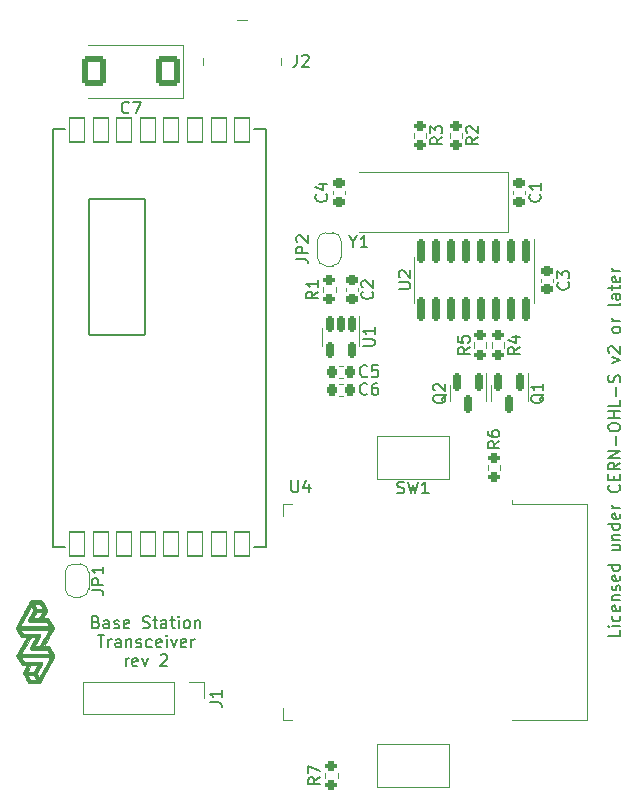
<source format=gto>
G04 #@! TF.GenerationSoftware,KiCad,Pcbnew,6.0.9-1.fc36*
G04 #@! TF.CreationDate,2022-11-14T14:18:14-03:00*
G04 #@! TF.ProjectId,bs_transceiver,62735f74-7261-46e7-9363-65697665722e,Rev 2*
G04 #@! TF.SameCoordinates,Original*
G04 #@! TF.FileFunction,Legend,Top*
G04 #@! TF.FilePolarity,Positive*
%FSLAX46Y46*%
G04 Gerber Fmt 4.6, Leading zero omitted, Abs format (unit mm)*
G04 Created by KiCad (PCBNEW 6.0.9-1.fc36) date 2022-11-14 14:18:14*
%MOMM*%
%LPD*%
G01*
G04 APERTURE LIST*
G04 Aperture macros list*
%AMRoundRect*
0 Rectangle with rounded corners*
0 $1 Rounding radius*
0 $2 $3 $4 $5 $6 $7 $8 $9 X,Y pos of 4 corners*
0 Add a 4 corners polygon primitive as box body*
4,1,4,$2,$3,$4,$5,$6,$7,$8,$9,$2,$3,0*
0 Add four circle primitives for the rounded corners*
1,1,$1+$1,$2,$3*
1,1,$1+$1,$4,$5*
1,1,$1+$1,$6,$7*
1,1,$1+$1,$8,$9*
0 Add four rect primitives between the rounded corners*
20,1,$1+$1,$2,$3,$4,$5,0*
20,1,$1+$1,$4,$5,$6,$7,0*
20,1,$1+$1,$6,$7,$8,$9,0*
20,1,$1+$1,$8,$9,$2,$3,0*%
%AMFreePoly0*
4,1,22,0.500000,-0.750000,0.000000,-0.750000,0.000000,-0.745033,-0.079941,-0.743568,-0.215256,-0.701293,-0.333266,-0.622738,-0.424486,-0.514219,-0.481581,-0.384460,-0.499164,-0.250000,-0.500000,-0.250000,-0.500000,0.250000,-0.499164,0.250000,-0.499963,0.256109,-0.478152,0.396186,-0.417904,0.524511,-0.324060,0.630769,-0.204165,0.706417,-0.067858,0.745374,0.000000,0.744959,0.000000,0.750000,
0.500000,0.750000,0.500000,-0.750000,0.500000,-0.750000,$1*%
%AMFreePoly1*
4,1,20,0.000000,0.744959,0.073905,0.744508,0.209726,0.703889,0.328688,0.626782,0.421226,0.519385,0.479903,0.390333,0.500000,0.250000,0.500000,-0.250000,0.499851,-0.262216,0.476331,-0.402017,0.414519,-0.529596,0.319384,-0.634700,0.198574,-0.708877,0.061801,-0.746166,0.000000,-0.745033,0.000000,-0.750000,-0.500000,-0.750000,-0.500000,0.750000,0.000000,0.750000,0.000000,0.744959,
0.000000,0.744959,$1*%
G04 Aperture macros list end*
%ADD10C,0.200000*%
%ADD11C,0.150000*%
%ADD12C,0.120000*%
%ADD13C,0.010000*%
%ADD14C,0.127000*%
%ADD15C,0.100000*%
%ADD16RoundRect,0.150000X-0.150000X0.587500X-0.150000X-0.587500X0.150000X-0.587500X0.150000X0.587500X0*%
%ADD17C,5.600000*%
%ADD18C,3.600000*%
%ADD19RoundRect,0.225000X-0.250000X0.225000X-0.250000X-0.225000X0.250000X-0.225000X0.250000X0.225000X0*%
%ADD20R,0.900000X2.000000*%
%ADD21R,2.000000X0.900000*%
%ADD22R,5.000000X5.000000*%
%ADD23R,2.180000X1.600000*%
%ADD24RoundRect,0.225000X0.250000X-0.225000X0.250000X0.225000X-0.250000X0.225000X-0.250000X-0.225000X0*%
%ADD25R,4.500000X2.000000*%
%ADD26FreePoly0,270.000000*%
%ADD27FreePoly1,270.000000*%
%ADD28RoundRect,0.200000X0.275000X-0.200000X0.275000X0.200000X-0.275000X0.200000X-0.275000X-0.200000X0*%
%ADD29RoundRect,0.225000X0.225000X0.250000X-0.225000X0.250000X-0.225000X-0.250000X0.225000X-0.250000X0*%
%ADD30RoundRect,0.200000X-0.275000X0.200000X-0.275000X-0.200000X0.275000X-0.200000X0.275000X0.200000X0*%
%ADD31RoundRect,0.150000X-0.150000X0.825000X-0.150000X-0.825000X0.150000X-0.825000X0.150000X0.825000X0*%
%ADD32C,3.200000*%
%ADD33RoundRect,0.063500X0.650000X-1.000000X0.650000X1.000000X-0.650000X1.000000X-0.650000X-1.000000X0*%
%ADD34RoundRect,0.063500X2.350000X-5.750000X2.350000X5.750000X-2.350000X5.750000X-2.350000X-5.750000X0*%
%ADD35RoundRect,0.250000X0.787500X1.025000X-0.787500X1.025000X-0.787500X-1.025000X0.787500X-1.025000X0*%
%ADD36RoundRect,0.150000X-0.150000X0.512500X-0.150000X-0.512500X0.150000X-0.512500X0.150000X0.512500X0*%
%ADD37C,2.500000*%
%ADD38C,2.600000*%
%ADD39R,1.700000X1.700000*%
%ADD40O,1.700000X1.700000*%
%ADD41C,0.650000*%
%ADD42R,0.600000X2.450000*%
%ADD43R,0.300000X2.450000*%
G04 APERTURE END LIST*
D10*
X53030380Y-52717409D02*
X53030380Y-53193600D01*
X52030380Y-53193600D01*
X53030380Y-52384076D02*
X52363714Y-52384076D01*
X52030380Y-52384076D02*
X52078000Y-52431695D01*
X52125619Y-52384076D01*
X52078000Y-52336457D01*
X52030380Y-52384076D01*
X52125619Y-52384076D01*
X52982761Y-51479314D02*
X53030380Y-51574552D01*
X53030380Y-51765028D01*
X52982761Y-51860266D01*
X52935142Y-51907885D01*
X52839904Y-51955504D01*
X52554190Y-51955504D01*
X52458952Y-51907885D01*
X52411333Y-51860266D01*
X52363714Y-51765028D01*
X52363714Y-51574552D01*
X52411333Y-51479314D01*
X52982761Y-50669790D02*
X53030380Y-50765028D01*
X53030380Y-50955504D01*
X52982761Y-51050742D01*
X52887523Y-51098361D01*
X52506571Y-51098361D01*
X52411333Y-51050742D01*
X52363714Y-50955504D01*
X52363714Y-50765028D01*
X52411333Y-50669790D01*
X52506571Y-50622171D01*
X52601809Y-50622171D01*
X52697047Y-51098361D01*
X52363714Y-50193600D02*
X53030380Y-50193600D01*
X52458952Y-50193600D02*
X52411333Y-50145980D01*
X52363714Y-50050742D01*
X52363714Y-49907885D01*
X52411333Y-49812647D01*
X52506571Y-49765028D01*
X53030380Y-49765028D01*
X52982761Y-49336457D02*
X53030380Y-49241219D01*
X53030380Y-49050742D01*
X52982761Y-48955504D01*
X52887523Y-48907885D01*
X52839904Y-48907885D01*
X52744666Y-48955504D01*
X52697047Y-49050742D01*
X52697047Y-49193600D01*
X52649428Y-49288838D01*
X52554190Y-49336457D01*
X52506571Y-49336457D01*
X52411333Y-49288838D01*
X52363714Y-49193600D01*
X52363714Y-49050742D01*
X52411333Y-48955504D01*
X52982761Y-48098361D02*
X53030380Y-48193600D01*
X53030380Y-48384076D01*
X52982761Y-48479314D01*
X52887523Y-48526933D01*
X52506571Y-48526933D01*
X52411333Y-48479314D01*
X52363714Y-48384076D01*
X52363714Y-48193600D01*
X52411333Y-48098361D01*
X52506571Y-48050742D01*
X52601809Y-48050742D01*
X52697047Y-48526933D01*
X53030380Y-47193600D02*
X52030380Y-47193600D01*
X52982761Y-47193600D02*
X53030380Y-47288838D01*
X53030380Y-47479314D01*
X52982761Y-47574552D01*
X52935142Y-47622171D01*
X52839904Y-47669790D01*
X52554190Y-47669790D01*
X52458952Y-47622171D01*
X52411333Y-47574552D01*
X52363714Y-47479314D01*
X52363714Y-47288838D01*
X52411333Y-47193600D01*
X52363714Y-45526933D02*
X53030380Y-45526933D01*
X52363714Y-45955504D02*
X52887523Y-45955504D01*
X52982761Y-45907885D01*
X53030380Y-45812647D01*
X53030380Y-45669790D01*
X52982761Y-45574552D01*
X52935142Y-45526933D01*
X52363714Y-45050742D02*
X53030380Y-45050742D01*
X52458952Y-45050742D02*
X52411333Y-45003123D01*
X52363714Y-44907885D01*
X52363714Y-44765028D01*
X52411333Y-44669790D01*
X52506571Y-44622171D01*
X53030380Y-44622171D01*
X53030380Y-43717409D02*
X52030380Y-43717409D01*
X52982761Y-43717409D02*
X53030380Y-43812647D01*
X53030380Y-44003123D01*
X52982761Y-44098361D01*
X52935142Y-44145980D01*
X52839904Y-44193600D01*
X52554190Y-44193600D01*
X52458952Y-44145980D01*
X52411333Y-44098361D01*
X52363714Y-44003123D01*
X52363714Y-43812647D01*
X52411333Y-43717409D01*
X52982761Y-42860266D02*
X53030380Y-42955504D01*
X53030380Y-43145980D01*
X52982761Y-43241219D01*
X52887523Y-43288838D01*
X52506571Y-43288838D01*
X52411333Y-43241219D01*
X52363714Y-43145980D01*
X52363714Y-42955504D01*
X52411333Y-42860266D01*
X52506571Y-42812647D01*
X52601809Y-42812647D01*
X52697047Y-43288838D01*
X53030380Y-42384076D02*
X52363714Y-42384076D01*
X52554190Y-42384076D02*
X52458952Y-42336457D01*
X52411333Y-42288838D01*
X52363714Y-42193600D01*
X52363714Y-42098361D01*
X52935142Y-40431695D02*
X52982761Y-40479314D01*
X53030380Y-40622171D01*
X53030380Y-40717409D01*
X52982761Y-40860266D01*
X52887523Y-40955504D01*
X52792285Y-41003123D01*
X52601809Y-41050742D01*
X52458952Y-41050742D01*
X52268476Y-41003123D01*
X52173238Y-40955504D01*
X52078000Y-40860266D01*
X52030380Y-40717409D01*
X52030380Y-40622171D01*
X52078000Y-40479314D01*
X52125619Y-40431695D01*
X52506571Y-40003123D02*
X52506571Y-39669790D01*
X53030380Y-39526933D02*
X53030380Y-40003123D01*
X52030380Y-40003123D01*
X52030380Y-39526933D01*
X53030380Y-38526933D02*
X52554190Y-38860266D01*
X53030380Y-39098361D02*
X52030380Y-39098361D01*
X52030380Y-38717409D01*
X52078000Y-38622171D01*
X52125619Y-38574552D01*
X52220857Y-38526933D01*
X52363714Y-38526933D01*
X52458952Y-38574552D01*
X52506571Y-38622171D01*
X52554190Y-38717409D01*
X52554190Y-39098361D01*
X53030380Y-38098361D02*
X52030380Y-38098361D01*
X53030380Y-37526933D01*
X52030380Y-37526933D01*
X52649428Y-37050742D02*
X52649428Y-36288838D01*
X52030380Y-35622171D02*
X52030380Y-35431695D01*
X52078000Y-35336457D01*
X52173238Y-35241219D01*
X52363714Y-35193600D01*
X52697047Y-35193600D01*
X52887523Y-35241219D01*
X52982761Y-35336457D01*
X53030380Y-35431695D01*
X53030380Y-35622171D01*
X52982761Y-35717409D01*
X52887523Y-35812647D01*
X52697047Y-35860266D01*
X52363714Y-35860266D01*
X52173238Y-35812647D01*
X52078000Y-35717409D01*
X52030380Y-35622171D01*
X53030380Y-34765028D02*
X52030380Y-34765028D01*
X52506571Y-34765028D02*
X52506571Y-34193600D01*
X53030380Y-34193600D02*
X52030380Y-34193600D01*
X53030380Y-33241219D02*
X53030380Y-33717409D01*
X52030380Y-33717409D01*
X52649428Y-32907885D02*
X52649428Y-32145980D01*
X52982761Y-31717409D02*
X53030380Y-31574552D01*
X53030380Y-31336457D01*
X52982761Y-31241219D01*
X52935142Y-31193600D01*
X52839904Y-31145980D01*
X52744666Y-31145980D01*
X52649428Y-31193600D01*
X52601809Y-31241219D01*
X52554190Y-31336457D01*
X52506571Y-31526933D01*
X52458952Y-31622171D01*
X52411333Y-31669790D01*
X52316095Y-31717409D01*
X52220857Y-31717409D01*
X52125619Y-31669790D01*
X52078000Y-31622171D01*
X52030380Y-31526933D01*
X52030380Y-31288838D01*
X52078000Y-31145980D01*
X52363714Y-30050742D02*
X53030380Y-29812647D01*
X52363714Y-29574552D01*
X52125619Y-29241219D02*
X52078000Y-29193600D01*
X52030380Y-29098361D01*
X52030380Y-28860266D01*
X52078000Y-28765028D01*
X52125619Y-28717409D01*
X52220857Y-28669790D01*
X52316095Y-28669790D01*
X52458952Y-28717409D01*
X53030380Y-29288838D01*
X53030380Y-28669790D01*
X53030380Y-27336457D02*
X52982761Y-27431695D01*
X52935142Y-27479314D01*
X52839904Y-27526933D01*
X52554190Y-27526933D01*
X52458952Y-27479314D01*
X52411333Y-27431695D01*
X52363714Y-27336457D01*
X52363714Y-27193600D01*
X52411333Y-27098361D01*
X52458952Y-27050742D01*
X52554190Y-27003123D01*
X52839904Y-27003123D01*
X52935142Y-27050742D01*
X52982761Y-27098361D01*
X53030380Y-27193600D01*
X53030380Y-27336457D01*
X53030380Y-26574552D02*
X52363714Y-26574552D01*
X52554190Y-26574552D02*
X52458952Y-26526933D01*
X52411333Y-26479314D01*
X52363714Y-26384076D01*
X52363714Y-26288838D01*
X53030380Y-25050742D02*
X52982761Y-25145980D01*
X52887523Y-25193600D01*
X52030380Y-25193600D01*
X53030380Y-24241219D02*
X52506571Y-24241219D01*
X52411333Y-24288838D01*
X52363714Y-24384076D01*
X52363714Y-24574552D01*
X52411333Y-24669790D01*
X52982761Y-24241219D02*
X53030380Y-24336457D01*
X53030380Y-24574552D01*
X52982761Y-24669790D01*
X52887523Y-24717409D01*
X52792285Y-24717409D01*
X52697047Y-24669790D01*
X52649428Y-24574552D01*
X52649428Y-24336457D01*
X52601809Y-24241219D01*
X52363714Y-23907885D02*
X52363714Y-23526933D01*
X52030380Y-23765028D02*
X52887523Y-23765028D01*
X52982761Y-23717409D01*
X53030380Y-23622171D01*
X53030380Y-23526933D01*
X52982761Y-22812647D02*
X53030380Y-22907885D01*
X53030380Y-23098361D01*
X52982761Y-23193600D01*
X52887523Y-23241219D01*
X52506571Y-23241219D01*
X52411333Y-23193600D01*
X52363714Y-23098361D01*
X52363714Y-22907885D01*
X52411333Y-22812647D01*
X52506571Y-22765028D01*
X52601809Y-22765028D01*
X52697047Y-23241219D01*
X53030380Y-22336457D02*
X52363714Y-22336457D01*
X52554190Y-22336457D02*
X52458952Y-22288838D01*
X52411333Y-22241219D01*
X52363714Y-22145980D01*
X52363714Y-22050742D01*
X8665104Y-52014171D02*
X8807961Y-52061790D01*
X8855580Y-52109409D01*
X8903199Y-52204647D01*
X8903199Y-52347504D01*
X8855580Y-52442742D01*
X8807961Y-52490361D01*
X8712723Y-52537980D01*
X8331771Y-52537980D01*
X8331771Y-51537980D01*
X8665104Y-51537980D01*
X8760342Y-51585600D01*
X8807961Y-51633219D01*
X8855580Y-51728457D01*
X8855580Y-51823695D01*
X8807961Y-51918933D01*
X8760342Y-51966552D01*
X8665104Y-52014171D01*
X8331771Y-52014171D01*
X9760342Y-52537980D02*
X9760342Y-52014171D01*
X9712723Y-51918933D01*
X9617485Y-51871314D01*
X9427009Y-51871314D01*
X9331771Y-51918933D01*
X9760342Y-52490361D02*
X9665104Y-52537980D01*
X9427009Y-52537980D01*
X9331771Y-52490361D01*
X9284152Y-52395123D01*
X9284152Y-52299885D01*
X9331771Y-52204647D01*
X9427009Y-52157028D01*
X9665104Y-52157028D01*
X9760342Y-52109409D01*
X10188914Y-52490361D02*
X10284152Y-52537980D01*
X10474628Y-52537980D01*
X10569866Y-52490361D01*
X10617485Y-52395123D01*
X10617485Y-52347504D01*
X10569866Y-52252266D01*
X10474628Y-52204647D01*
X10331771Y-52204647D01*
X10236533Y-52157028D01*
X10188914Y-52061790D01*
X10188914Y-52014171D01*
X10236533Y-51918933D01*
X10331771Y-51871314D01*
X10474628Y-51871314D01*
X10569866Y-51918933D01*
X11427009Y-52490361D02*
X11331771Y-52537980D01*
X11141295Y-52537980D01*
X11046057Y-52490361D01*
X10998438Y-52395123D01*
X10998438Y-52014171D01*
X11046057Y-51918933D01*
X11141295Y-51871314D01*
X11331771Y-51871314D01*
X11427009Y-51918933D01*
X11474628Y-52014171D01*
X11474628Y-52109409D01*
X10998438Y-52204647D01*
X12617485Y-52490361D02*
X12760342Y-52537980D01*
X12998438Y-52537980D01*
X13093676Y-52490361D01*
X13141295Y-52442742D01*
X13188914Y-52347504D01*
X13188914Y-52252266D01*
X13141295Y-52157028D01*
X13093676Y-52109409D01*
X12998438Y-52061790D01*
X12807961Y-52014171D01*
X12712723Y-51966552D01*
X12665104Y-51918933D01*
X12617485Y-51823695D01*
X12617485Y-51728457D01*
X12665104Y-51633219D01*
X12712723Y-51585600D01*
X12807961Y-51537980D01*
X13046057Y-51537980D01*
X13188914Y-51585600D01*
X13474628Y-51871314D02*
X13855580Y-51871314D01*
X13617485Y-51537980D02*
X13617485Y-52395123D01*
X13665104Y-52490361D01*
X13760342Y-52537980D01*
X13855580Y-52537980D01*
X14617485Y-52537980D02*
X14617485Y-52014171D01*
X14569866Y-51918933D01*
X14474628Y-51871314D01*
X14284152Y-51871314D01*
X14188914Y-51918933D01*
X14617485Y-52490361D02*
X14522247Y-52537980D01*
X14284152Y-52537980D01*
X14188914Y-52490361D01*
X14141295Y-52395123D01*
X14141295Y-52299885D01*
X14188914Y-52204647D01*
X14284152Y-52157028D01*
X14522247Y-52157028D01*
X14617485Y-52109409D01*
X14950819Y-51871314D02*
X15331771Y-51871314D01*
X15093676Y-51537980D02*
X15093676Y-52395123D01*
X15141295Y-52490361D01*
X15236533Y-52537980D01*
X15331771Y-52537980D01*
X15665104Y-52537980D02*
X15665104Y-51871314D01*
X15665104Y-51537980D02*
X15617485Y-51585600D01*
X15665104Y-51633219D01*
X15712723Y-51585600D01*
X15665104Y-51537980D01*
X15665104Y-51633219D01*
X16284152Y-52537980D02*
X16188914Y-52490361D01*
X16141295Y-52442742D01*
X16093676Y-52347504D01*
X16093676Y-52061790D01*
X16141295Y-51966552D01*
X16188914Y-51918933D01*
X16284152Y-51871314D01*
X16427009Y-51871314D01*
X16522247Y-51918933D01*
X16569866Y-51966552D01*
X16617485Y-52061790D01*
X16617485Y-52347504D01*
X16569866Y-52442742D01*
X16522247Y-52490361D01*
X16427009Y-52537980D01*
X16284152Y-52537980D01*
X17046057Y-51871314D02*
X17046057Y-52537980D01*
X17046057Y-51966552D02*
X17093676Y-51918933D01*
X17188914Y-51871314D01*
X17331771Y-51871314D01*
X17427009Y-51918933D01*
X17474628Y-52014171D01*
X17474628Y-52537980D01*
X8784152Y-53147980D02*
X9355580Y-53147980D01*
X9069866Y-54147980D02*
X9069866Y-53147980D01*
X9688914Y-54147980D02*
X9688914Y-53481314D01*
X9688914Y-53671790D02*
X9736533Y-53576552D01*
X9784152Y-53528933D01*
X9879390Y-53481314D01*
X9974628Y-53481314D01*
X10736533Y-54147980D02*
X10736533Y-53624171D01*
X10688914Y-53528933D01*
X10593676Y-53481314D01*
X10403200Y-53481314D01*
X10307961Y-53528933D01*
X10736533Y-54100361D02*
X10641295Y-54147980D01*
X10403200Y-54147980D01*
X10307961Y-54100361D01*
X10260342Y-54005123D01*
X10260342Y-53909885D01*
X10307961Y-53814647D01*
X10403200Y-53767028D01*
X10641295Y-53767028D01*
X10736533Y-53719409D01*
X11212723Y-53481314D02*
X11212723Y-54147980D01*
X11212723Y-53576552D02*
X11260342Y-53528933D01*
X11355580Y-53481314D01*
X11498438Y-53481314D01*
X11593676Y-53528933D01*
X11641295Y-53624171D01*
X11641295Y-54147980D01*
X12069866Y-54100361D02*
X12165104Y-54147980D01*
X12355580Y-54147980D01*
X12450819Y-54100361D01*
X12498438Y-54005123D01*
X12498438Y-53957504D01*
X12450819Y-53862266D01*
X12355580Y-53814647D01*
X12212723Y-53814647D01*
X12117485Y-53767028D01*
X12069866Y-53671790D01*
X12069866Y-53624171D01*
X12117485Y-53528933D01*
X12212723Y-53481314D01*
X12355580Y-53481314D01*
X12450819Y-53528933D01*
X13355580Y-54100361D02*
X13260342Y-54147980D01*
X13069866Y-54147980D01*
X12974628Y-54100361D01*
X12927009Y-54052742D01*
X12879390Y-53957504D01*
X12879390Y-53671790D01*
X12927009Y-53576552D01*
X12974628Y-53528933D01*
X13069866Y-53481314D01*
X13260342Y-53481314D01*
X13355580Y-53528933D01*
X14165104Y-54100361D02*
X14069866Y-54147980D01*
X13879390Y-54147980D01*
X13784152Y-54100361D01*
X13736533Y-54005123D01*
X13736533Y-53624171D01*
X13784152Y-53528933D01*
X13879390Y-53481314D01*
X14069866Y-53481314D01*
X14165104Y-53528933D01*
X14212723Y-53624171D01*
X14212723Y-53719409D01*
X13736533Y-53814647D01*
X14641295Y-54147980D02*
X14641295Y-53481314D01*
X14641295Y-53147980D02*
X14593676Y-53195600D01*
X14641295Y-53243219D01*
X14688914Y-53195600D01*
X14641295Y-53147980D01*
X14641295Y-53243219D01*
X15022247Y-53481314D02*
X15260342Y-54147980D01*
X15498438Y-53481314D01*
X16260342Y-54100361D02*
X16165104Y-54147980D01*
X15974628Y-54147980D01*
X15879390Y-54100361D01*
X15831771Y-54005123D01*
X15831771Y-53624171D01*
X15879390Y-53528933D01*
X15974628Y-53481314D01*
X16165104Y-53481314D01*
X16260342Y-53528933D01*
X16307961Y-53624171D01*
X16307961Y-53719409D01*
X15831771Y-53814647D01*
X16736533Y-54147980D02*
X16736533Y-53481314D01*
X16736533Y-53671790D02*
X16784152Y-53576552D01*
X16831771Y-53528933D01*
X16927009Y-53481314D01*
X17022247Y-53481314D01*
X11165104Y-55757980D02*
X11165104Y-55091314D01*
X11165104Y-55281790D02*
X11212723Y-55186552D01*
X11260342Y-55138933D01*
X11355580Y-55091314D01*
X11450819Y-55091314D01*
X12165104Y-55710361D02*
X12069866Y-55757980D01*
X11879390Y-55757980D01*
X11784152Y-55710361D01*
X11736533Y-55615123D01*
X11736533Y-55234171D01*
X11784152Y-55138933D01*
X11879390Y-55091314D01*
X12069866Y-55091314D01*
X12165104Y-55138933D01*
X12212723Y-55234171D01*
X12212723Y-55329409D01*
X11736533Y-55424647D01*
X12546057Y-55091314D02*
X12784152Y-55757980D01*
X13022247Y-55091314D01*
X14117485Y-54853219D02*
X14165104Y-54805600D01*
X14260342Y-54757980D01*
X14498438Y-54757980D01*
X14593676Y-54805600D01*
X14641295Y-54853219D01*
X14688914Y-54948457D01*
X14688914Y-55043695D01*
X14641295Y-55186552D01*
X14069866Y-55757980D01*
X14688914Y-55757980D01*
D11*
X46584819Y-32734238D02*
X46537200Y-32829476D01*
X46441961Y-32924714D01*
X46299104Y-33067571D01*
X46251485Y-33162809D01*
X46251485Y-33258047D01*
X46489580Y-33210428D02*
X46441961Y-33305666D01*
X46346723Y-33400904D01*
X46156247Y-33448523D01*
X45822914Y-33448523D01*
X45632438Y-33400904D01*
X45537200Y-33305666D01*
X45489580Y-33210428D01*
X45489580Y-33019952D01*
X45537200Y-32924714D01*
X45632438Y-32829476D01*
X45822914Y-32781857D01*
X46156247Y-32781857D01*
X46346723Y-32829476D01*
X46441961Y-32924714D01*
X46489580Y-33019952D01*
X46489580Y-33210428D01*
X46489580Y-31829476D02*
X46489580Y-32400904D01*
X46489580Y-32115190D02*
X45489580Y-32115190D01*
X45632438Y-32210428D01*
X45727676Y-32305666D01*
X45775295Y-32400904D01*
X48624742Y-23255266D02*
X48672361Y-23302885D01*
X48719980Y-23445742D01*
X48719980Y-23540980D01*
X48672361Y-23683838D01*
X48577123Y-23779076D01*
X48481885Y-23826695D01*
X48291409Y-23874314D01*
X48148552Y-23874314D01*
X47958076Y-23826695D01*
X47862838Y-23779076D01*
X47767600Y-23683838D01*
X47719980Y-23540980D01*
X47719980Y-23445742D01*
X47767600Y-23302885D01*
X47815219Y-23255266D01*
X47719980Y-22921933D02*
X47719980Y-22302885D01*
X48100933Y-22636219D01*
X48100933Y-22493361D01*
X48148552Y-22398123D01*
X48196171Y-22350504D01*
X48291409Y-22302885D01*
X48529504Y-22302885D01*
X48624742Y-22350504D01*
X48672361Y-22398123D01*
X48719980Y-22493361D01*
X48719980Y-22779076D01*
X48672361Y-22874314D01*
X48624742Y-22921933D01*
X25199695Y-40023380D02*
X25199695Y-40832904D01*
X25247314Y-40928142D01*
X25294933Y-40975761D01*
X25390171Y-41023380D01*
X25580647Y-41023380D01*
X25675885Y-40975761D01*
X25723504Y-40928142D01*
X25771123Y-40832904D01*
X25771123Y-40023380D01*
X26675885Y-40356714D02*
X26675885Y-41023380D01*
X26437790Y-39975761D02*
X26199695Y-40690047D01*
X26818742Y-40690047D01*
X28137142Y-15813066D02*
X28184761Y-15860685D01*
X28232380Y-16003542D01*
X28232380Y-16098780D01*
X28184761Y-16241638D01*
X28089523Y-16336876D01*
X27994285Y-16384495D01*
X27803809Y-16432114D01*
X27660952Y-16432114D01*
X27470476Y-16384495D01*
X27375238Y-16336876D01*
X27280000Y-16241638D01*
X27232380Y-16098780D01*
X27232380Y-16003542D01*
X27280000Y-15860685D01*
X27327619Y-15813066D01*
X27565714Y-14955923D02*
X28232380Y-14955923D01*
X27184761Y-15194019D02*
X27899047Y-15432114D01*
X27899047Y-14813066D01*
X30435609Y-19813590D02*
X30435609Y-20289780D01*
X30102276Y-19289780D02*
X30435609Y-19813590D01*
X30768942Y-19289780D01*
X31626085Y-20289780D02*
X31054657Y-20289780D01*
X31340371Y-20289780D02*
X31340371Y-19289780D01*
X31245133Y-19432638D01*
X31149895Y-19527876D01*
X31054657Y-19575495D01*
X8288180Y-49336933D02*
X9002466Y-49336933D01*
X9145323Y-49384552D01*
X9240561Y-49479790D01*
X9288180Y-49622647D01*
X9288180Y-49717885D01*
X9288180Y-48860742D02*
X8288180Y-48860742D01*
X8288180Y-48479790D01*
X8335800Y-48384552D01*
X8383419Y-48336933D01*
X8478657Y-48289314D01*
X8621514Y-48289314D01*
X8716752Y-48336933D01*
X8764371Y-48384552D01*
X8811990Y-48479790D01*
X8811990Y-48860742D01*
X9288180Y-47336933D02*
X9288180Y-47908361D01*
X9288180Y-47622647D02*
X8288180Y-47622647D01*
X8431038Y-47717885D01*
X8526276Y-47813123D01*
X8573895Y-47908361D01*
X27614980Y-65177466D02*
X27138790Y-65510800D01*
X27614980Y-65748895D02*
X26614980Y-65748895D01*
X26614980Y-65367942D01*
X26662600Y-65272704D01*
X26710219Y-65225085D01*
X26805457Y-65177466D01*
X26948314Y-65177466D01*
X27043552Y-65225085D01*
X27091171Y-65272704D01*
X27138790Y-65367942D01*
X27138790Y-65748895D01*
X26614980Y-64844133D02*
X26614980Y-64177466D01*
X27614980Y-64606038D01*
X31608733Y-31192742D02*
X31561114Y-31240361D01*
X31418257Y-31287980D01*
X31323019Y-31287980D01*
X31180161Y-31240361D01*
X31084923Y-31145123D01*
X31037304Y-31049885D01*
X30989685Y-30859409D01*
X30989685Y-30716552D01*
X31037304Y-30526076D01*
X31084923Y-30430838D01*
X31180161Y-30335600D01*
X31323019Y-30287980D01*
X31418257Y-30287980D01*
X31561114Y-30335600D01*
X31608733Y-30383219D01*
X32513495Y-30287980D02*
X32037304Y-30287980D01*
X31989685Y-30764171D01*
X32037304Y-30716552D01*
X32132542Y-30668933D01*
X32370638Y-30668933D01*
X32465876Y-30716552D01*
X32513495Y-30764171D01*
X32561114Y-30859409D01*
X32561114Y-31097504D01*
X32513495Y-31192742D01*
X32465876Y-31240361D01*
X32370638Y-31287980D01*
X32132542Y-31287980D01*
X32037304Y-31240361D01*
X31989685Y-31192742D01*
X46237142Y-15813066D02*
X46284761Y-15860685D01*
X46332380Y-16003542D01*
X46332380Y-16098780D01*
X46284761Y-16241638D01*
X46189523Y-16336876D01*
X46094285Y-16384495D01*
X45903809Y-16432114D01*
X45760952Y-16432114D01*
X45570476Y-16384495D01*
X45475238Y-16336876D01*
X45380000Y-16241638D01*
X45332380Y-16098780D01*
X45332380Y-16003542D01*
X45380000Y-15860685D01*
X45427619Y-15813066D01*
X46332380Y-14860685D02*
X46332380Y-15432114D01*
X46332380Y-15146400D02*
X45332380Y-15146400D01*
X45475238Y-15241638D01*
X45570476Y-15336876D01*
X45618095Y-15432114D01*
X34168066Y-41079361D02*
X34310923Y-41126980D01*
X34549019Y-41126980D01*
X34644257Y-41079361D01*
X34691876Y-41031742D01*
X34739495Y-40936504D01*
X34739495Y-40841266D01*
X34691876Y-40746028D01*
X34644257Y-40698409D01*
X34549019Y-40650790D01*
X34358542Y-40603171D01*
X34263304Y-40555552D01*
X34215685Y-40507933D01*
X34168066Y-40412695D01*
X34168066Y-40317457D01*
X34215685Y-40222219D01*
X34263304Y-40174600D01*
X34358542Y-40126980D01*
X34596638Y-40126980D01*
X34739495Y-40174600D01*
X35072828Y-40126980D02*
X35310923Y-41126980D01*
X35501400Y-40412695D01*
X35691876Y-41126980D01*
X35929971Y-40126980D01*
X36834733Y-41126980D02*
X36263304Y-41126980D01*
X36549019Y-41126980D02*
X36549019Y-40126980D01*
X36453780Y-40269838D01*
X36358542Y-40365076D01*
X36263304Y-40412695D01*
X44554380Y-28741666D02*
X44078190Y-29075000D01*
X44554380Y-29313095D02*
X43554380Y-29313095D01*
X43554380Y-28932142D01*
X43602000Y-28836904D01*
X43649619Y-28789285D01*
X43744857Y-28741666D01*
X43887714Y-28741666D01*
X43982952Y-28789285D01*
X44030571Y-28836904D01*
X44078190Y-28932142D01*
X44078190Y-29313095D01*
X43887714Y-27884523D02*
X44554380Y-27884523D01*
X43506761Y-28122619D02*
X44221047Y-28360714D01*
X44221047Y-27741666D01*
X27452580Y-24042666D02*
X26976390Y-24376000D01*
X27452580Y-24614095D02*
X26452580Y-24614095D01*
X26452580Y-24233142D01*
X26500200Y-24137904D01*
X26547819Y-24090285D01*
X26643057Y-24042666D01*
X26785914Y-24042666D01*
X26881152Y-24090285D01*
X26928771Y-24137904D01*
X26976390Y-24233142D01*
X26976390Y-24614095D01*
X27452580Y-23090285D02*
X27452580Y-23661714D01*
X27452580Y-23376000D02*
X26452580Y-23376000D01*
X26595438Y-23471238D01*
X26690676Y-23566476D01*
X26738295Y-23661714D01*
X40279580Y-28741666D02*
X39803390Y-29075000D01*
X40279580Y-29313095D02*
X39279580Y-29313095D01*
X39279580Y-28932142D01*
X39327200Y-28836904D01*
X39374819Y-28789285D01*
X39470057Y-28741666D01*
X39612914Y-28741666D01*
X39708152Y-28789285D01*
X39755771Y-28836904D01*
X39803390Y-28932142D01*
X39803390Y-29313095D01*
X39279580Y-27836904D02*
X39279580Y-28313095D01*
X39755771Y-28360714D01*
X39708152Y-28313095D01*
X39660533Y-28217857D01*
X39660533Y-27979761D01*
X39708152Y-27884523D01*
X39755771Y-27836904D01*
X39851009Y-27789285D01*
X40089104Y-27789285D01*
X40184342Y-27836904D01*
X40231961Y-27884523D01*
X40279580Y-27979761D01*
X40279580Y-28217857D01*
X40231961Y-28313095D01*
X40184342Y-28360714D01*
X40998380Y-10987066D02*
X40522190Y-11320400D01*
X40998380Y-11558495D02*
X39998380Y-11558495D01*
X39998380Y-11177542D01*
X40046000Y-11082304D01*
X40093619Y-11034685D01*
X40188857Y-10987066D01*
X40331714Y-10987066D01*
X40426952Y-11034685D01*
X40474571Y-11082304D01*
X40522190Y-11177542D01*
X40522190Y-11558495D01*
X40093619Y-10606114D02*
X40046000Y-10558495D01*
X39998380Y-10463257D01*
X39998380Y-10225161D01*
X40046000Y-10129923D01*
X40093619Y-10082304D01*
X40188857Y-10034685D01*
X40284095Y-10034685D01*
X40426952Y-10082304D01*
X40998380Y-10653733D01*
X40998380Y-10034685D01*
X34275780Y-23825104D02*
X35085304Y-23825104D01*
X35180542Y-23777485D01*
X35228161Y-23729866D01*
X35275780Y-23634628D01*
X35275780Y-23444152D01*
X35228161Y-23348914D01*
X35180542Y-23301295D01*
X35085304Y-23253676D01*
X34275780Y-23253676D01*
X34371019Y-22825104D02*
X34323400Y-22777485D01*
X34275780Y-22682247D01*
X34275780Y-22444152D01*
X34323400Y-22348914D01*
X34371019Y-22301295D01*
X34466257Y-22253676D01*
X34561495Y-22253676D01*
X34704352Y-22301295D01*
X35275780Y-22872723D01*
X35275780Y-22253676D01*
X38317419Y-32731938D02*
X38269800Y-32827176D01*
X38174561Y-32922414D01*
X38031704Y-33065271D01*
X37984085Y-33160509D01*
X37984085Y-33255747D01*
X38222180Y-33208128D02*
X38174561Y-33303366D01*
X38079323Y-33398604D01*
X37888847Y-33446223D01*
X37555514Y-33446223D01*
X37365038Y-33398604D01*
X37269800Y-33303366D01*
X37222180Y-33208128D01*
X37222180Y-33017652D01*
X37269800Y-32922414D01*
X37365038Y-32827176D01*
X37555514Y-32779557D01*
X37888847Y-32779557D01*
X38079323Y-32827176D01*
X38174561Y-32922414D01*
X38222180Y-33017652D01*
X38222180Y-33208128D01*
X37317419Y-32398604D02*
X37269800Y-32350985D01*
X37222180Y-32255747D01*
X37222180Y-32017652D01*
X37269800Y-31922414D01*
X37317419Y-31874795D01*
X37412657Y-31827176D01*
X37507895Y-31827176D01*
X37650752Y-31874795D01*
X38222180Y-32446223D01*
X38222180Y-31827176D01*
X11441133Y-8867342D02*
X11393514Y-8914961D01*
X11250657Y-8962580D01*
X11155419Y-8962580D01*
X11012561Y-8914961D01*
X10917323Y-8819723D01*
X10869704Y-8724485D01*
X10822085Y-8534009D01*
X10822085Y-8391152D01*
X10869704Y-8200676D01*
X10917323Y-8105438D01*
X11012561Y-8010200D01*
X11155419Y-7962580D01*
X11250657Y-7962580D01*
X11393514Y-8010200D01*
X11441133Y-8057819D01*
X11774466Y-7962580D02*
X12441133Y-7962580D01*
X12012561Y-8962580D01*
X42811780Y-36717266D02*
X42335590Y-37050600D01*
X42811780Y-37288695D02*
X41811780Y-37288695D01*
X41811780Y-36907742D01*
X41859400Y-36812504D01*
X41907019Y-36764885D01*
X42002257Y-36717266D01*
X42145114Y-36717266D01*
X42240352Y-36764885D01*
X42287971Y-36812504D01*
X42335590Y-36907742D01*
X42335590Y-37288695D01*
X41811780Y-35860123D02*
X41811780Y-36050600D01*
X41859400Y-36145838D01*
X41907019Y-36193457D01*
X42049876Y-36288695D01*
X42240352Y-36336314D01*
X42621304Y-36336314D01*
X42716542Y-36288695D01*
X42764161Y-36241076D01*
X42811780Y-36145838D01*
X42811780Y-35955361D01*
X42764161Y-35860123D01*
X42716542Y-35812504D01*
X42621304Y-35764885D01*
X42383209Y-35764885D01*
X42287971Y-35812504D01*
X42240352Y-35860123D01*
X42192733Y-35955361D01*
X42192733Y-36145838D01*
X42240352Y-36241076D01*
X42287971Y-36288695D01*
X42383209Y-36336314D01*
X31240180Y-28651104D02*
X32049704Y-28651104D01*
X32144942Y-28603485D01*
X32192561Y-28555866D01*
X32240180Y-28460628D01*
X32240180Y-28270152D01*
X32192561Y-28174914D01*
X32144942Y-28127295D01*
X32049704Y-28079676D01*
X31240180Y-28079676D01*
X32240180Y-27079676D02*
X32240180Y-27651104D01*
X32240180Y-27365390D02*
X31240180Y-27365390D01*
X31383038Y-27460628D01*
X31478276Y-27555866D01*
X31525895Y-27651104D01*
X32030942Y-24042666D02*
X32078561Y-24090285D01*
X32126180Y-24233142D01*
X32126180Y-24328380D01*
X32078561Y-24471238D01*
X31983323Y-24566476D01*
X31888085Y-24614095D01*
X31697609Y-24661714D01*
X31554752Y-24661714D01*
X31364276Y-24614095D01*
X31269038Y-24566476D01*
X31173800Y-24471238D01*
X31126180Y-24328380D01*
X31126180Y-24233142D01*
X31173800Y-24090285D01*
X31221419Y-24042666D01*
X31221419Y-23661714D02*
X31173800Y-23614095D01*
X31126180Y-23518857D01*
X31126180Y-23280761D01*
X31173800Y-23185523D01*
X31221419Y-23137904D01*
X31316657Y-23090285D01*
X31411895Y-23090285D01*
X31554752Y-23137904D01*
X32126180Y-23709333D01*
X32126180Y-23090285D01*
X25676266Y-3998980D02*
X25676266Y-4713266D01*
X25628647Y-4856123D01*
X25533409Y-4951361D01*
X25390552Y-4998980D01*
X25295314Y-4998980D01*
X26104838Y-4094219D02*
X26152457Y-4046600D01*
X26247695Y-3998980D01*
X26485790Y-3998980D01*
X26581028Y-4046600D01*
X26628647Y-4094219D01*
X26676266Y-4189457D01*
X26676266Y-4284695D01*
X26628647Y-4427552D01*
X26057219Y-4998980D01*
X26676266Y-4998980D01*
X25614380Y-21280333D02*
X26328666Y-21280333D01*
X26471523Y-21327952D01*
X26566761Y-21423190D01*
X26614380Y-21566047D01*
X26614380Y-21661285D01*
X26614380Y-20804142D02*
X25614380Y-20804142D01*
X25614380Y-20423190D01*
X25662000Y-20327952D01*
X25709619Y-20280333D01*
X25804857Y-20232714D01*
X25947714Y-20232714D01*
X26042952Y-20280333D01*
X26090571Y-20327952D01*
X26138190Y-20423190D01*
X26138190Y-20804142D01*
X25709619Y-19851761D02*
X25662000Y-19804142D01*
X25614380Y-19708904D01*
X25614380Y-19470809D01*
X25662000Y-19375571D01*
X25709619Y-19327952D01*
X25804857Y-19280333D01*
X25900095Y-19280333D01*
X26042952Y-19327952D01*
X26614380Y-19899380D01*
X26614380Y-19280333D01*
X18282380Y-58804133D02*
X18996666Y-58804133D01*
X19139523Y-58851752D01*
X19234761Y-58946990D01*
X19282380Y-59089847D01*
X19282380Y-59185085D01*
X19282380Y-57804133D02*
X19282380Y-58375561D01*
X19282380Y-58089847D02*
X18282380Y-58089847D01*
X18425238Y-58185085D01*
X18520476Y-58280323D01*
X18568095Y-58375561D01*
X37975780Y-10987066D02*
X37499590Y-11320400D01*
X37975780Y-11558495D02*
X36975780Y-11558495D01*
X36975780Y-11177542D01*
X37023400Y-11082304D01*
X37071019Y-11034685D01*
X37166257Y-10987066D01*
X37309114Y-10987066D01*
X37404352Y-11034685D01*
X37451971Y-11082304D01*
X37499590Y-11177542D01*
X37499590Y-11558495D01*
X36975780Y-10653733D02*
X36975780Y-10034685D01*
X37356733Y-10368019D01*
X37356733Y-10225161D01*
X37404352Y-10129923D01*
X37451971Y-10082304D01*
X37547209Y-10034685D01*
X37785304Y-10034685D01*
X37880542Y-10082304D01*
X37928161Y-10129923D01*
X37975780Y-10225161D01*
X37975780Y-10510876D01*
X37928161Y-10606114D01*
X37880542Y-10653733D01*
X31608733Y-32691342D02*
X31561114Y-32738961D01*
X31418257Y-32786580D01*
X31323019Y-32786580D01*
X31180161Y-32738961D01*
X31084923Y-32643723D01*
X31037304Y-32548485D01*
X30989685Y-32358009D01*
X30989685Y-32215152D01*
X31037304Y-32024676D01*
X31084923Y-31929438D01*
X31180161Y-31834200D01*
X31323019Y-31786580D01*
X31418257Y-31786580D01*
X31561114Y-31834200D01*
X31608733Y-31881819D01*
X32465876Y-31786580D02*
X32275400Y-31786580D01*
X32180161Y-31834200D01*
X32132542Y-31881819D01*
X32037304Y-32024676D01*
X31989685Y-32215152D01*
X31989685Y-32596104D01*
X32037304Y-32691342D01*
X32084923Y-32738961D01*
X32180161Y-32786580D01*
X32370638Y-32786580D01*
X32465876Y-32738961D01*
X32513495Y-32691342D01*
X32561114Y-32596104D01*
X32561114Y-32358009D01*
X32513495Y-32262771D01*
X32465876Y-32215152D01*
X32370638Y-32167533D01*
X32180161Y-32167533D01*
X32084923Y-32215152D01*
X32037304Y-32262771D01*
X31989685Y-32358009D01*
D12*
X45197200Y-32639000D02*
X45197200Y-30964000D01*
X42077200Y-32639000D02*
X42077200Y-33289000D01*
X45197200Y-32639000D02*
X45197200Y-33289000D01*
X42077200Y-32639000D02*
X42077200Y-31989000D01*
X47347600Y-22948020D02*
X47347600Y-23229180D01*
X46327600Y-22948020D02*
X46327600Y-23229180D01*
G36*
X2484741Y-56354133D02*
G01*
X2486670Y-56311800D01*
X2545048Y-56210238D01*
X2874020Y-56210238D01*
X2874676Y-56212233D01*
X2878197Y-56213892D01*
X2885499Y-56215245D01*
X2897499Y-56216322D01*
X2915115Y-56217153D01*
X2939263Y-56217768D01*
X2970861Y-56218197D01*
X3010824Y-56218469D01*
X3060071Y-56218615D01*
X3119517Y-56218666D01*
X3131869Y-56218667D01*
X3391543Y-56218667D01*
X3402389Y-56203144D01*
X3407371Y-56195266D01*
X3417468Y-56178672D01*
X3432072Y-56154379D01*
X3450579Y-56123404D01*
X3472381Y-56086763D01*
X3496874Y-56045472D01*
X3523452Y-56000549D01*
X3551507Y-55953009D01*
X3552953Y-55950556D01*
X3580966Y-55903041D01*
X3607431Y-55858188D01*
X3631754Y-55816996D01*
X3653345Y-55780466D01*
X3671612Y-55749598D01*
X3685963Y-55725393D01*
X3695806Y-55708851D01*
X3700551Y-55700973D01*
X3700666Y-55700789D01*
X3708661Y-55688089D01*
X3439008Y-55688277D01*
X3169356Y-55688465D01*
X3022600Y-55945137D01*
X2994395Y-55994564D01*
X2967903Y-56041179D01*
X2943652Y-56084037D01*
X2922173Y-56122192D01*
X2903995Y-56154700D01*
X2889648Y-56180616D01*
X2879662Y-56198995D01*
X2874565Y-56208892D01*
X2874020Y-56210238D01*
X2545048Y-56210238D01*
X2665114Y-56001356D01*
X2843557Y-55690911D01*
X2636745Y-55688089D01*
X2579760Y-55687278D01*
X2532872Y-55686423D01*
X2494892Y-55685340D01*
X2464629Y-55683839D01*
X2440894Y-55681736D01*
X2422495Y-55678844D01*
X2408244Y-55674974D01*
X2396949Y-55669942D01*
X2387422Y-55663560D01*
X2378470Y-55655642D01*
X2368994Y-55646091D01*
X2363650Y-55638832D01*
X2353041Y-55622866D01*
X2337750Y-55599142D01*
X2318362Y-55568609D01*
X2295461Y-55532215D01*
X2269629Y-55490909D01*
X2241451Y-55445640D01*
X2211510Y-55397357D01*
X2180390Y-55347009D01*
X2148675Y-55295543D01*
X2116949Y-55243910D01*
X2085795Y-55193057D01*
X2055797Y-55143934D01*
X2027539Y-55097489D01*
X2001604Y-55054671D01*
X1983242Y-55024177D01*
X2315999Y-55024177D01*
X2319520Y-55030590D01*
X2328277Y-55045539D01*
X2341614Y-55067931D01*
X2358875Y-55096675D01*
X2379404Y-55130678D01*
X2402543Y-55168847D01*
X2427637Y-55210090D01*
X2433015Y-55218910D01*
X2547046Y-55405867D01*
X3267423Y-55405991D01*
X3372353Y-55406011D01*
X3466592Y-55406041D01*
X3550736Y-55406090D01*
X3625384Y-55406166D01*
X3691134Y-55406280D01*
X3748582Y-55406441D01*
X3798326Y-55406658D01*
X3840964Y-55406939D01*
X3877093Y-55407296D01*
X3907311Y-55407736D01*
X3932215Y-55408269D01*
X3952403Y-55408905D01*
X3968472Y-55409653D01*
X3981020Y-55410521D01*
X3990644Y-55411521D01*
X3997942Y-55412659D01*
X4003511Y-55413947D01*
X4007949Y-55415394D01*
X4011853Y-55417008D01*
X4013200Y-55417612D01*
X4045741Y-55437031D01*
X4070187Y-55462992D01*
X4084415Y-55487711D01*
X4095106Y-55521417D01*
X4097402Y-55557051D01*
X4091201Y-55590660D01*
X4087288Y-55600600D01*
X4082792Y-55609023D01*
X4073006Y-55626348D01*
X4058404Y-55651765D01*
X4039455Y-55684468D01*
X4016632Y-55723649D01*
X3990405Y-55768500D01*
X3961248Y-55818214D01*
X3929630Y-55871982D01*
X3896024Y-55928998D01*
X3860900Y-55988453D01*
X3858812Y-55991984D01*
X3823930Y-56051023D01*
X3790771Y-56107273D01*
X3759779Y-56159976D01*
X3731396Y-56208371D01*
X3706065Y-56251699D01*
X3684229Y-56289200D01*
X3666332Y-56320116D01*
X3652817Y-56343686D01*
X3644126Y-56359152D01*
X3640703Y-56365753D01*
X3640667Y-56365907D01*
X3643066Y-56371730D01*
X3649824Y-56386179D01*
X3660285Y-56407935D01*
X3673794Y-56435678D01*
X3689694Y-56468090D01*
X3707329Y-56503849D01*
X3726043Y-56541639D01*
X3745181Y-56580137D01*
X3764084Y-56618027D01*
X3782099Y-56653987D01*
X3798568Y-56686699D01*
X3812835Y-56714843D01*
X3824245Y-56737100D01*
X3832141Y-56752150D01*
X3835867Y-56758674D01*
X3836062Y-56758834D01*
X3838785Y-56753818D01*
X3846551Y-56739347D01*
X3859093Y-56715929D01*
X3876138Y-56684069D01*
X3897417Y-56644272D01*
X3922659Y-56597044D01*
X3951595Y-56542891D01*
X3983954Y-56482319D01*
X4019466Y-56415833D01*
X4057861Y-56343940D01*
X4098869Y-56267145D01*
X4142219Y-56185954D01*
X4187641Y-56100873D01*
X4234866Y-56012407D01*
X4283622Y-55921063D01*
X4300500Y-55889440D01*
X4349713Y-55797219D01*
X4397475Y-55707690D01*
X4443515Y-55621362D01*
X4487565Y-55538741D01*
X4529355Y-55460332D01*
X4568615Y-55386644D01*
X4605075Y-55318183D01*
X4638465Y-55255454D01*
X4668517Y-55198966D01*
X4694960Y-55149223D01*
X4717525Y-55106734D01*
X4735942Y-55072005D01*
X4749941Y-55045541D01*
X4759253Y-55027851D01*
X4763608Y-55019440D01*
X4763912Y-55018785D01*
X4758353Y-55018557D01*
X4742018Y-55018336D01*
X4715419Y-55018122D01*
X4679071Y-55017915D01*
X4633485Y-55017717D01*
X4579175Y-55017529D01*
X4516653Y-55017352D01*
X4446432Y-55017187D01*
X4369025Y-55017035D01*
X4284945Y-55016897D01*
X4194704Y-55016773D01*
X4098817Y-55016666D01*
X3997794Y-55016575D01*
X3892151Y-55016502D01*
X3782398Y-55016448D01*
X3669050Y-55016413D01*
X3552618Y-55016400D01*
X3538463Y-55016400D01*
X3397639Y-55016408D01*
X3267691Y-55016435D01*
X3148206Y-55016482D01*
X3038771Y-55016554D01*
X2938973Y-55016651D01*
X2848400Y-55016777D01*
X2766639Y-55016935D01*
X2693277Y-55017126D01*
X2627900Y-55017355D01*
X2570097Y-55017623D01*
X2519454Y-55017932D01*
X2475558Y-55018287D01*
X2437996Y-55018688D01*
X2406356Y-55019140D01*
X2380225Y-55019644D01*
X2359190Y-55020203D01*
X2342837Y-55020819D01*
X2330755Y-55021496D01*
X2322530Y-55022236D01*
X2317750Y-55023042D01*
X2316000Y-55023916D01*
X2315999Y-55024177D01*
X1983242Y-55024177D01*
X1978576Y-55016429D01*
X1959040Y-54983712D01*
X1943578Y-54957467D01*
X1932775Y-54938645D01*
X1927214Y-54928194D01*
X1926984Y-54927681D01*
X1920895Y-54904265D01*
X1919181Y-54875717D01*
X1921712Y-54847006D01*
X1928358Y-54823097D01*
X1929804Y-54820031D01*
X1933836Y-54812821D01*
X1943239Y-54796413D01*
X1957692Y-54771359D01*
X1976876Y-54738209D01*
X1980856Y-54731344D01*
X2308578Y-54731344D01*
X2314137Y-54731614D01*
X2330471Y-54731878D01*
X2357067Y-54732133D01*
X2393410Y-54732379D01*
X2438988Y-54732614D01*
X2493286Y-54732837D01*
X2555791Y-54733048D01*
X2625990Y-54733244D01*
X2703368Y-54733425D01*
X2787412Y-54733590D01*
X2877608Y-54733736D01*
X2973443Y-54733864D01*
X3074402Y-54733972D01*
X3179973Y-54734058D01*
X3289641Y-54734122D01*
X3402894Y-54734162D01*
X3519216Y-54734178D01*
X4751845Y-54734178D01*
X4528131Y-54358822D01*
X3848743Y-54356000D01*
X3169356Y-54353178D01*
X3146393Y-54340886D01*
X3113722Y-54317625D01*
X3089377Y-54288217D01*
X3073927Y-54254390D01*
X3067944Y-54217868D01*
X3071997Y-54180377D01*
X3083281Y-54149978D01*
X3087821Y-54141638D01*
X3097544Y-54124296D01*
X3112005Y-54098734D01*
X3130758Y-54065734D01*
X3153355Y-54026078D01*
X3179351Y-53980548D01*
X3208298Y-53929927D01*
X3239752Y-53874997D01*
X3273265Y-53816540D01*
X3308391Y-53755338D01*
X3323251Y-53729467D01*
X3358632Y-53667883D01*
X3392395Y-53609112D01*
X3424119Y-53553891D01*
X3453379Y-53502957D01*
X3479751Y-53457048D01*
X3502814Y-53416899D01*
X3522143Y-53383248D01*
X3537315Y-53356832D01*
X3547906Y-53338388D01*
X3553493Y-53328654D01*
X3554269Y-53327300D01*
X3549378Y-53326354D01*
X3534407Y-53325481D01*
X3510565Y-53324707D01*
X3479059Y-53324054D01*
X3441100Y-53323548D01*
X3397895Y-53323211D01*
X3350653Y-53323070D01*
X3342542Y-53323067D01*
X3128416Y-53323067D01*
X2718497Y-54025788D01*
X2670678Y-54107783D01*
X2624442Y-54187103D01*
X2580105Y-54263201D01*
X2537985Y-54335530D01*
X2498400Y-54403545D01*
X2461668Y-54466698D01*
X2428105Y-54524444D01*
X2398030Y-54576236D01*
X2371759Y-54621527D01*
X2349610Y-54659771D01*
X2331901Y-54690421D01*
X2318949Y-54712932D01*
X2311072Y-54726756D01*
X2308578Y-54731344D01*
X1980856Y-54731344D01*
X2000469Y-54697515D01*
X2028152Y-54649828D01*
X2059604Y-54595699D01*
X2094505Y-54535679D01*
X2132533Y-54470320D01*
X2173370Y-54400172D01*
X2216693Y-54325788D01*
X2262184Y-54247717D01*
X2309521Y-54166512D01*
X2358384Y-54082723D01*
X2370186Y-54062489D01*
X2799876Y-53325889D01*
X2581038Y-53323067D01*
X2525443Y-53322328D01*
X2479977Y-53321637D01*
X2443481Y-53320923D01*
X2414796Y-53320114D01*
X2392763Y-53319137D01*
X2376222Y-53317921D01*
X2364015Y-53316393D01*
X2354982Y-53314481D01*
X2347964Y-53312114D01*
X2341802Y-53309219D01*
X2339623Y-53308061D01*
X2321601Y-53296429D01*
X2305273Y-53282890D01*
X2302283Y-53279839D01*
X2297009Y-53272419D01*
X2286483Y-53256098D01*
X2271200Y-53231688D01*
X2251656Y-53200003D01*
X2228348Y-53161859D01*
X2201770Y-53118067D01*
X2172420Y-53069443D01*
X2140792Y-53016800D01*
X2107382Y-52960952D01*
X2079328Y-52913880D01*
X1929863Y-52662667D01*
X2258556Y-52662667D01*
X2370413Y-52850344D01*
X2482270Y-53038022D01*
X3161657Y-53040844D01*
X3841045Y-53043667D01*
X3864008Y-53055958D01*
X3893775Y-53077306D01*
X3917751Y-53105234D01*
X3934618Y-53137309D01*
X3943056Y-53171100D01*
X3942429Y-53200508D01*
X3941533Y-53205952D01*
X3940545Y-53211079D01*
X3939117Y-53216530D01*
X3936898Y-53222946D01*
X3933536Y-53230968D01*
X3928683Y-53241236D01*
X3921987Y-53254391D01*
X3913097Y-53271075D01*
X3901665Y-53291927D01*
X3887338Y-53317590D01*
X3869767Y-53348703D01*
X3848600Y-53385909D01*
X3823489Y-53429846D01*
X3794082Y-53481157D01*
X3760028Y-53540482D01*
X3720978Y-53608463D01*
X3687130Y-53667378D01*
X3651749Y-53728961D01*
X3617986Y-53787732D01*
X3586263Y-53842953D01*
X3557004Y-53893887D01*
X3530632Y-53939796D01*
X3507571Y-53979945D01*
X3488243Y-54013596D01*
X3473073Y-54040012D01*
X3462483Y-54058456D01*
X3456896Y-54068191D01*
X3456122Y-54069544D01*
X3461015Y-54070490D01*
X3475988Y-54071363D01*
X3499833Y-54072138D01*
X3531340Y-54072790D01*
X3569301Y-54073297D01*
X3612507Y-54073633D01*
X3659749Y-54073775D01*
X3667859Y-54073778D01*
X3881984Y-54073778D01*
X4291903Y-53371056D01*
X4339723Y-53289061D01*
X4385959Y-53209741D01*
X4430296Y-53133643D01*
X4472416Y-53061314D01*
X4512000Y-52993299D01*
X4548733Y-52930146D01*
X4582296Y-52872400D01*
X4612371Y-52820609D01*
X4638642Y-52775318D01*
X4660791Y-52737074D01*
X4678500Y-52706423D01*
X4691451Y-52683913D01*
X4699329Y-52670088D01*
X4701823Y-52665501D01*
X4696264Y-52665230D01*
X4679930Y-52664967D01*
X4653334Y-52664711D01*
X4616991Y-52664466D01*
X4571413Y-52664230D01*
X4517115Y-52664007D01*
X4454609Y-52663796D01*
X4384411Y-52663600D01*
X4307033Y-52663419D01*
X4222989Y-52663255D01*
X4132793Y-52663108D01*
X4036958Y-52662980D01*
X3935999Y-52662872D01*
X3830428Y-52662786D01*
X3720759Y-52662722D01*
X3607507Y-52662682D01*
X3491184Y-52662667D01*
X2258556Y-52662667D01*
X1929863Y-52662667D01*
X1871134Y-52563959D01*
X1871134Y-52521591D01*
X1871838Y-52497112D01*
X1874759Y-52478737D01*
X1881106Y-52461326D01*
X1889082Y-52445356D01*
X1926288Y-52375212D01*
X2247430Y-52375212D01*
X2252807Y-52375802D01*
X2269175Y-52376363D01*
X2296234Y-52376894D01*
X2333687Y-52377393D01*
X2381234Y-52377859D01*
X2438576Y-52378291D01*
X2505416Y-52378687D01*
X2581455Y-52379047D01*
X2666394Y-52379368D01*
X2759935Y-52379650D01*
X2861778Y-52379891D01*
X2971626Y-52380091D01*
X3089180Y-52380247D01*
X3214141Y-52380359D01*
X3346211Y-52380425D01*
X3470863Y-52380444D01*
X3587624Y-52380428D01*
X3701363Y-52380379D01*
X3811568Y-52380299D01*
X3917725Y-52380191D01*
X4019322Y-52380054D01*
X4115846Y-52379892D01*
X4206784Y-52379705D01*
X4291623Y-52379495D01*
X4369851Y-52379263D01*
X4440953Y-52379012D01*
X4504419Y-52378742D01*
X4559733Y-52378455D01*
X4606384Y-52378153D01*
X4643860Y-52377837D01*
X4671645Y-52377509D01*
X4689229Y-52377170D01*
X4696098Y-52376822D01*
X4696178Y-52376780D01*
X4693337Y-52371312D01*
X4685232Y-52357264D01*
X4672491Y-52335686D01*
X4655741Y-52307626D01*
X4635609Y-52274135D01*
X4612723Y-52236263D01*
X4587710Y-52195058D01*
X4579789Y-52182047D01*
X4463400Y-51990978D01*
X3743000Y-51990854D01*
X3638068Y-51990833D01*
X3543828Y-51990803D01*
X3459682Y-51990755D01*
X3385032Y-51990678D01*
X3319281Y-51990564D01*
X3261831Y-51990403D01*
X3212086Y-51990187D01*
X3169446Y-51989905D01*
X3133316Y-51989549D01*
X3103097Y-51989109D01*
X3078191Y-51988575D01*
X3058003Y-51987939D01*
X3041933Y-51987192D01*
X3029384Y-51986323D01*
X3019759Y-51985324D01*
X3012461Y-51984185D01*
X3006891Y-51982897D01*
X3002453Y-51981451D01*
X2998549Y-51979837D01*
X2997200Y-51979232D01*
X2964660Y-51959813D01*
X2940213Y-51933852D01*
X2925986Y-51909133D01*
X2915295Y-51875428D01*
X2912999Y-51839792D01*
X2919199Y-51806180D01*
X2923109Y-51796244D01*
X2927605Y-51787821D01*
X2937391Y-51770497D01*
X2951996Y-51745081D01*
X2970947Y-51712381D01*
X2972995Y-51708865D01*
X3301668Y-51708865D01*
X3840702Y-51705933D01*
X3986057Y-51449111D01*
X4013967Y-51399671D01*
X4040124Y-51353094D01*
X4064007Y-51310322D01*
X4085097Y-51272295D01*
X4102877Y-51239955D01*
X4116826Y-51214244D01*
X4126427Y-51196101D01*
X4131159Y-51186469D01*
X4131572Y-51185233D01*
X4129362Y-51183501D01*
X4122112Y-51182056D01*
X4109024Y-51180879D01*
X4089299Y-51179946D01*
X4062139Y-51179235D01*
X4026746Y-51178725D01*
X3982321Y-51178394D01*
X3928065Y-51178219D01*
X3875296Y-51178178D01*
X3618858Y-51178178D01*
X3608012Y-51193700D01*
X3603029Y-51201578D01*
X3592933Y-51218172D01*
X3578329Y-51242465D01*
X3559822Y-51273440D01*
X3538019Y-51310082D01*
X3513526Y-51351372D01*
X3486949Y-51396296D01*
X3458894Y-51443835D01*
X3457447Y-51446289D01*
X3429433Y-51493805D01*
X3402966Y-51538663D01*
X3378639Y-51579860D01*
X3357043Y-51616398D01*
X3338771Y-51647274D01*
X3324414Y-51671488D01*
X3314565Y-51688039D01*
X3309814Y-51695926D01*
X3309699Y-51696110D01*
X3301668Y-51708865D01*
X2972995Y-51708865D01*
X2993774Y-51673203D01*
X3020004Y-51628355D01*
X3049166Y-51578646D01*
X3080788Y-51524883D01*
X3114399Y-51467874D01*
X3149527Y-51408426D01*
X3151585Y-51404947D01*
X3186476Y-51345881D01*
X3219636Y-51289567D01*
X3250620Y-51236770D01*
X3278987Y-51188253D01*
X3304292Y-51144779D01*
X3326093Y-51107111D01*
X3343948Y-51076012D01*
X3357412Y-51052246D01*
X3366044Y-51036576D01*
X3369399Y-51029765D01*
X3369427Y-51029592D01*
X3366902Y-51023218D01*
X3359838Y-51007908D01*
X3348789Y-50984802D01*
X3334309Y-50955038D01*
X3316954Y-50919755D01*
X3297278Y-50880092D01*
X3275836Y-50837187D01*
X3272027Y-50829598D01*
X3174933Y-50636240D01*
X2712122Y-51503110D01*
X2662906Y-51595304D01*
X2615122Y-51684834D01*
X2569043Y-51771189D01*
X2524939Y-51853861D01*
X2483081Y-51932341D01*
X2443742Y-52006119D01*
X2407192Y-52074686D01*
X2373702Y-52137533D01*
X2343545Y-52194150D01*
X2316991Y-52244029D01*
X2294312Y-52286660D01*
X2275778Y-52321534D01*
X2261662Y-52348141D01*
X2252235Y-52365973D01*
X2247768Y-52374521D01*
X2247430Y-52375212D01*
X1926288Y-52375212D01*
X1931082Y-52366174D01*
X1975446Y-52282664D01*
X2021905Y-52195326D01*
X2070187Y-52104664D01*
X2120023Y-52011180D01*
X2171144Y-51915377D01*
X2223279Y-51817756D01*
X2276158Y-51718821D01*
X2329512Y-51619074D01*
X2383070Y-51519017D01*
X2436562Y-51419153D01*
X2489719Y-51319984D01*
X2542271Y-51222012D01*
X2593947Y-51125741D01*
X2644478Y-51031673D01*
X2693593Y-50940309D01*
X2741023Y-50852153D01*
X2786498Y-50767707D01*
X2829748Y-50687474D01*
X2870503Y-50611956D01*
X2908493Y-50541654D01*
X2943447Y-50477073D01*
X2948921Y-50466978D01*
X3410161Y-50466978D01*
X3515364Y-50681467D01*
X3620568Y-50895956D01*
X4141968Y-50895956D01*
X4025373Y-50681587D01*
X3908778Y-50467219D01*
X3659470Y-50467098D01*
X3410161Y-50466978D01*
X2948921Y-50466978D01*
X2975097Y-50418714D01*
X3003172Y-50367080D01*
X3027402Y-50322673D01*
X3047517Y-50285996D01*
X3063247Y-50257551D01*
X3074323Y-50237840D01*
X3080473Y-50227367D01*
X3081549Y-50225815D01*
X3087806Y-50218982D01*
X3093258Y-50213012D01*
X3098667Y-50207846D01*
X3104796Y-50203428D01*
X3112409Y-50199699D01*
X3122267Y-50196601D01*
X3135134Y-50194076D01*
X3151772Y-50192066D01*
X3172944Y-50190513D01*
X3199412Y-50189358D01*
X3231939Y-50188545D01*
X3271288Y-50188015D01*
X3318221Y-50187710D01*
X3373502Y-50187571D01*
X3437892Y-50187542D01*
X3512155Y-50187563D01*
X3584223Y-50187578D01*
X4032956Y-50187578D01*
X4055534Y-50199761D01*
X4073658Y-50211414D01*
X4090182Y-50224970D01*
X4093187Y-50227983D01*
X4098276Y-50235441D01*
X4108294Y-50252014D01*
X4122787Y-50276893D01*
X4141300Y-50309273D01*
X4163380Y-50348344D01*
X4188571Y-50393298D01*
X4216419Y-50443329D01*
X4246471Y-50497628D01*
X4278271Y-50555388D01*
X4311366Y-50615801D01*
X4313321Y-50619378D01*
X4518378Y-50994733D01*
X4518378Y-51037067D01*
X4516594Y-51069446D01*
X4511328Y-51092133D01*
X4509407Y-51096333D01*
X4505057Y-51104211D01*
X4495656Y-51120996D01*
X4481720Y-51145776D01*
X4463763Y-51177638D01*
X4442302Y-51215668D01*
X4417851Y-51258953D01*
X4390925Y-51306580D01*
X4362041Y-51357636D01*
X4333018Y-51408904D01*
X4303056Y-51461844D01*
X4274812Y-51511808D01*
X4248767Y-51557941D01*
X4225402Y-51599389D01*
X4205198Y-51635297D01*
X4188635Y-51664811D01*
X4176194Y-51687077D01*
X4168355Y-51701240D01*
X4165601Y-51706446D01*
X4165600Y-51706450D01*
X4171037Y-51706926D01*
X4186516Y-51707445D01*
X4210790Y-51707986D01*
X4242614Y-51708529D01*
X4280740Y-51709051D01*
X4323922Y-51709532D01*
X4370914Y-51709951D01*
X4373034Y-51709968D01*
X4430074Y-51710442D01*
X4477014Y-51711015D01*
X4515042Y-51711868D01*
X4545348Y-51713180D01*
X4569119Y-51715133D01*
X4587545Y-51717908D01*
X4601814Y-51721685D01*
X4613114Y-51726644D01*
X4622634Y-51732967D01*
X4631562Y-51740833D01*
X4641088Y-51750424D01*
X4641407Y-51750753D01*
X4646751Y-51758012D01*
X4657360Y-51773978D01*
X4672650Y-51797702D01*
X4692038Y-51828236D01*
X4714940Y-51864629D01*
X4740772Y-51905935D01*
X4768950Y-51951204D01*
X4798891Y-51999487D01*
X4830011Y-52049836D01*
X4861726Y-52101301D01*
X4893452Y-52152934D01*
X4924606Y-52203787D01*
X4954604Y-52252910D01*
X4982862Y-52299355D01*
X5008797Y-52342173D01*
X5031824Y-52380415D01*
X5051361Y-52413133D01*
X5066823Y-52439377D01*
X5077626Y-52458199D01*
X5083187Y-52468650D01*
X5083417Y-52469163D01*
X5089506Y-52492580D01*
X5091219Y-52521127D01*
X5088688Y-52549839D01*
X5082043Y-52573747D01*
X5080596Y-52576814D01*
X5076565Y-52584023D01*
X5067162Y-52600431D01*
X5052709Y-52625485D01*
X5033525Y-52658635D01*
X5009932Y-52699329D01*
X4982249Y-52747016D01*
X4950797Y-52801145D01*
X4915896Y-52861165D01*
X4877867Y-52926524D01*
X4837031Y-52996672D01*
X4793707Y-53071057D01*
X4748217Y-53149127D01*
X4700880Y-53230333D01*
X4652017Y-53314121D01*
X4640214Y-53334356D01*
X4210525Y-54070956D01*
X4429363Y-54073778D01*
X4484958Y-54074517D01*
X4530424Y-54075207D01*
X4566920Y-54075921D01*
X4595605Y-54076730D01*
X4617638Y-54077707D01*
X4634179Y-54078923D01*
X4646386Y-54080451D01*
X4655419Y-54082363D01*
X4662437Y-54084731D01*
X4668598Y-54087626D01*
X4670778Y-54088783D01*
X4688800Y-54100415D01*
X4705127Y-54113954D01*
X4708117Y-54117005D01*
X4713392Y-54124425D01*
X4723918Y-54140747D01*
X4739201Y-54165157D01*
X4758744Y-54196841D01*
X4782053Y-54234986D01*
X4808630Y-54278777D01*
X4837981Y-54327401D01*
X4869609Y-54380044D01*
X4903019Y-54435892D01*
X4931073Y-54482965D01*
X5139267Y-54832885D01*
X5139267Y-54875254D01*
X5138563Y-54899732D01*
X5135642Y-54918105D01*
X5129297Y-54935513D01*
X5121317Y-54951489D01*
X5079001Y-55031258D01*
X5034347Y-55115307D01*
X4987626Y-55203135D01*
X4939105Y-55294241D01*
X4889056Y-55388121D01*
X4837746Y-55484275D01*
X4785446Y-55582202D01*
X4732426Y-55681399D01*
X4678954Y-55781366D01*
X4625300Y-55881600D01*
X4571734Y-55981599D01*
X4518525Y-56080863D01*
X4465943Y-56178890D01*
X4414257Y-56275178D01*
X4363737Y-56369225D01*
X4314651Y-56460530D01*
X4267271Y-56548592D01*
X4221864Y-56632908D01*
X4178701Y-56712977D01*
X4138051Y-56788298D01*
X4100183Y-56858369D01*
X4065367Y-56922688D01*
X4033873Y-56980754D01*
X4005970Y-57032065D01*
X3981928Y-57076120D01*
X3962015Y-57112416D01*
X3946502Y-57140453D01*
X3935658Y-57159729D01*
X3929752Y-57169742D01*
X3928845Y-57171029D01*
X3922535Y-57177913D01*
X3917022Y-57183919D01*
X3911537Y-57189109D01*
X3905308Y-57193543D01*
X3897564Y-57197284D01*
X3887535Y-57200393D01*
X3874449Y-57202930D01*
X3857537Y-57204956D01*
X3836027Y-57206534D01*
X3809148Y-57207723D01*
X3776130Y-57208586D01*
X3736202Y-57209183D01*
X3688593Y-57209576D01*
X3632532Y-57209826D01*
X3567248Y-57209994D01*
X3491972Y-57210141D01*
X3434645Y-57210261D01*
X3364828Y-57210363D01*
X3298066Y-57210353D01*
X3235250Y-57210238D01*
X3177273Y-57210024D01*
X3125028Y-57209719D01*
X3079408Y-57209327D01*
X3041306Y-57208857D01*
X3011613Y-57208315D01*
X2991223Y-57207707D01*
X2981028Y-57207041D01*
X2980231Y-57206883D01*
X2946111Y-57191676D01*
X2918192Y-57169880D01*
X2917209Y-57168848D01*
X2912102Y-57161423D01*
X2902005Y-57144909D01*
X2887375Y-57120107D01*
X2868668Y-57087818D01*
X2846340Y-57048840D01*
X2820847Y-57003976D01*
X2792646Y-56954024D01*
X2762192Y-56899785D01*
X2729943Y-56842059D01*
X2696353Y-56781647D01*
X2692470Y-56774644D01*
X2542728Y-56504541D01*
X2867378Y-56504541D01*
X2870033Y-56510093D01*
X2877622Y-56524472D01*
X2889581Y-56546646D01*
X2905346Y-56575581D01*
X2924354Y-56610246D01*
X2946040Y-56649606D01*
X2969840Y-56692630D01*
X2984488Y-56719030D01*
X3101598Y-56929867D01*
X3600240Y-56929867D01*
X3495036Y-56715378D01*
X3389833Y-56500889D01*
X3128606Y-56500889D01*
X3075515Y-56500965D01*
X3026044Y-56501184D01*
X2981303Y-56501529D01*
X2942403Y-56501986D01*
X2910455Y-56502538D01*
X2886570Y-56503171D01*
X2871858Y-56503868D01*
X2867378Y-56504541D01*
X2542728Y-56504541D01*
X2482812Y-56396467D01*
X2484741Y-56354133D01*
G37*
D13*
X2484741Y-56354133D02*
X2486670Y-56311800D01*
X2545048Y-56210238D01*
X2874020Y-56210238D01*
X2874676Y-56212233D01*
X2878197Y-56213892D01*
X2885499Y-56215245D01*
X2897499Y-56216322D01*
X2915115Y-56217153D01*
X2939263Y-56217768D01*
X2970861Y-56218197D01*
X3010824Y-56218469D01*
X3060071Y-56218615D01*
X3119517Y-56218666D01*
X3131869Y-56218667D01*
X3391543Y-56218667D01*
X3402389Y-56203144D01*
X3407371Y-56195266D01*
X3417468Y-56178672D01*
X3432072Y-56154379D01*
X3450579Y-56123404D01*
X3472381Y-56086763D01*
X3496874Y-56045472D01*
X3523452Y-56000549D01*
X3551507Y-55953009D01*
X3552953Y-55950556D01*
X3580966Y-55903041D01*
X3607431Y-55858188D01*
X3631754Y-55816996D01*
X3653345Y-55780466D01*
X3671612Y-55749598D01*
X3685963Y-55725393D01*
X3695806Y-55708851D01*
X3700551Y-55700973D01*
X3700666Y-55700789D01*
X3708661Y-55688089D01*
X3439008Y-55688277D01*
X3169356Y-55688465D01*
X3022600Y-55945137D01*
X2994395Y-55994564D01*
X2967903Y-56041179D01*
X2943652Y-56084037D01*
X2922173Y-56122192D01*
X2903995Y-56154700D01*
X2889648Y-56180616D01*
X2879662Y-56198995D01*
X2874565Y-56208892D01*
X2874020Y-56210238D01*
X2545048Y-56210238D01*
X2665114Y-56001356D01*
X2843557Y-55690911D01*
X2636745Y-55688089D01*
X2579760Y-55687278D01*
X2532872Y-55686423D01*
X2494892Y-55685340D01*
X2464629Y-55683839D01*
X2440894Y-55681736D01*
X2422495Y-55678844D01*
X2408244Y-55674974D01*
X2396949Y-55669942D01*
X2387422Y-55663560D01*
X2378470Y-55655642D01*
X2368994Y-55646091D01*
X2363650Y-55638832D01*
X2353041Y-55622866D01*
X2337750Y-55599142D01*
X2318362Y-55568609D01*
X2295461Y-55532215D01*
X2269629Y-55490909D01*
X2241451Y-55445640D01*
X2211510Y-55397357D01*
X2180390Y-55347009D01*
X2148675Y-55295543D01*
X2116949Y-55243910D01*
X2085795Y-55193057D01*
X2055797Y-55143934D01*
X2027539Y-55097489D01*
X2001604Y-55054671D01*
X1983242Y-55024177D01*
X2315999Y-55024177D01*
X2319520Y-55030590D01*
X2328277Y-55045539D01*
X2341614Y-55067931D01*
X2358875Y-55096675D01*
X2379404Y-55130678D01*
X2402543Y-55168847D01*
X2427637Y-55210090D01*
X2433015Y-55218910D01*
X2547046Y-55405867D01*
X3267423Y-55405991D01*
X3372353Y-55406011D01*
X3466592Y-55406041D01*
X3550736Y-55406090D01*
X3625384Y-55406166D01*
X3691134Y-55406280D01*
X3748582Y-55406441D01*
X3798326Y-55406658D01*
X3840964Y-55406939D01*
X3877093Y-55407296D01*
X3907311Y-55407736D01*
X3932215Y-55408269D01*
X3952403Y-55408905D01*
X3968472Y-55409653D01*
X3981020Y-55410521D01*
X3990644Y-55411521D01*
X3997942Y-55412659D01*
X4003511Y-55413947D01*
X4007949Y-55415394D01*
X4011853Y-55417008D01*
X4013200Y-55417612D01*
X4045741Y-55437031D01*
X4070187Y-55462992D01*
X4084415Y-55487711D01*
X4095106Y-55521417D01*
X4097402Y-55557051D01*
X4091201Y-55590660D01*
X4087288Y-55600600D01*
X4082792Y-55609023D01*
X4073006Y-55626348D01*
X4058404Y-55651765D01*
X4039455Y-55684468D01*
X4016632Y-55723649D01*
X3990405Y-55768500D01*
X3961248Y-55818214D01*
X3929630Y-55871982D01*
X3896024Y-55928998D01*
X3860900Y-55988453D01*
X3858812Y-55991984D01*
X3823930Y-56051023D01*
X3790771Y-56107273D01*
X3759779Y-56159976D01*
X3731396Y-56208371D01*
X3706065Y-56251699D01*
X3684229Y-56289200D01*
X3666332Y-56320116D01*
X3652817Y-56343686D01*
X3644126Y-56359152D01*
X3640703Y-56365753D01*
X3640667Y-56365907D01*
X3643066Y-56371730D01*
X3649824Y-56386179D01*
X3660285Y-56407935D01*
X3673794Y-56435678D01*
X3689694Y-56468090D01*
X3707329Y-56503849D01*
X3726043Y-56541639D01*
X3745181Y-56580137D01*
X3764084Y-56618027D01*
X3782099Y-56653987D01*
X3798568Y-56686699D01*
X3812835Y-56714843D01*
X3824245Y-56737100D01*
X3832141Y-56752150D01*
X3835867Y-56758674D01*
X3836062Y-56758834D01*
X3838785Y-56753818D01*
X3846551Y-56739347D01*
X3859093Y-56715929D01*
X3876138Y-56684069D01*
X3897417Y-56644272D01*
X3922659Y-56597044D01*
X3951595Y-56542891D01*
X3983954Y-56482319D01*
X4019466Y-56415833D01*
X4057861Y-56343940D01*
X4098869Y-56267145D01*
X4142219Y-56185954D01*
X4187641Y-56100873D01*
X4234866Y-56012407D01*
X4283622Y-55921063D01*
X4300500Y-55889440D01*
X4349713Y-55797219D01*
X4397475Y-55707690D01*
X4443515Y-55621362D01*
X4487565Y-55538741D01*
X4529355Y-55460332D01*
X4568615Y-55386644D01*
X4605075Y-55318183D01*
X4638465Y-55255454D01*
X4668517Y-55198966D01*
X4694960Y-55149223D01*
X4717525Y-55106734D01*
X4735942Y-55072005D01*
X4749941Y-55045541D01*
X4759253Y-55027851D01*
X4763608Y-55019440D01*
X4763912Y-55018785D01*
X4758353Y-55018557D01*
X4742018Y-55018336D01*
X4715419Y-55018122D01*
X4679071Y-55017915D01*
X4633485Y-55017717D01*
X4579175Y-55017529D01*
X4516653Y-55017352D01*
X4446432Y-55017187D01*
X4369025Y-55017035D01*
X4284945Y-55016897D01*
X4194704Y-55016773D01*
X4098817Y-55016666D01*
X3997794Y-55016575D01*
X3892151Y-55016502D01*
X3782398Y-55016448D01*
X3669050Y-55016413D01*
X3552618Y-55016400D01*
X3538463Y-55016400D01*
X3397639Y-55016408D01*
X3267691Y-55016435D01*
X3148206Y-55016482D01*
X3038771Y-55016554D01*
X2938973Y-55016651D01*
X2848400Y-55016777D01*
X2766639Y-55016935D01*
X2693277Y-55017126D01*
X2627900Y-55017355D01*
X2570097Y-55017623D01*
X2519454Y-55017932D01*
X2475558Y-55018287D01*
X2437996Y-55018688D01*
X2406356Y-55019140D01*
X2380225Y-55019644D01*
X2359190Y-55020203D01*
X2342837Y-55020819D01*
X2330755Y-55021496D01*
X2322530Y-55022236D01*
X2317750Y-55023042D01*
X2316000Y-55023916D01*
X2315999Y-55024177D01*
X1983242Y-55024177D01*
X1978576Y-55016429D01*
X1959040Y-54983712D01*
X1943578Y-54957467D01*
X1932775Y-54938645D01*
X1927214Y-54928194D01*
X1926984Y-54927681D01*
X1920895Y-54904265D01*
X1919181Y-54875717D01*
X1921712Y-54847006D01*
X1928358Y-54823097D01*
X1929804Y-54820031D01*
X1933836Y-54812821D01*
X1943239Y-54796413D01*
X1957692Y-54771359D01*
X1976876Y-54738209D01*
X1980856Y-54731344D01*
X2308578Y-54731344D01*
X2314137Y-54731614D01*
X2330471Y-54731878D01*
X2357067Y-54732133D01*
X2393410Y-54732379D01*
X2438988Y-54732614D01*
X2493286Y-54732837D01*
X2555791Y-54733048D01*
X2625990Y-54733244D01*
X2703368Y-54733425D01*
X2787412Y-54733590D01*
X2877608Y-54733736D01*
X2973443Y-54733864D01*
X3074402Y-54733972D01*
X3179973Y-54734058D01*
X3289641Y-54734122D01*
X3402894Y-54734162D01*
X3519216Y-54734178D01*
X4751845Y-54734178D01*
X4528131Y-54358822D01*
X3848743Y-54356000D01*
X3169356Y-54353178D01*
X3146393Y-54340886D01*
X3113722Y-54317625D01*
X3089377Y-54288217D01*
X3073927Y-54254390D01*
X3067944Y-54217868D01*
X3071997Y-54180377D01*
X3083281Y-54149978D01*
X3087821Y-54141638D01*
X3097544Y-54124296D01*
X3112005Y-54098734D01*
X3130758Y-54065734D01*
X3153355Y-54026078D01*
X3179351Y-53980548D01*
X3208298Y-53929927D01*
X3239752Y-53874997D01*
X3273265Y-53816540D01*
X3308391Y-53755338D01*
X3323251Y-53729467D01*
X3358632Y-53667883D01*
X3392395Y-53609112D01*
X3424119Y-53553891D01*
X3453379Y-53502957D01*
X3479751Y-53457048D01*
X3502814Y-53416899D01*
X3522143Y-53383248D01*
X3537315Y-53356832D01*
X3547906Y-53338388D01*
X3553493Y-53328654D01*
X3554269Y-53327300D01*
X3549378Y-53326354D01*
X3534407Y-53325481D01*
X3510565Y-53324707D01*
X3479059Y-53324054D01*
X3441100Y-53323548D01*
X3397895Y-53323211D01*
X3350653Y-53323070D01*
X3342542Y-53323067D01*
X3128416Y-53323067D01*
X2718497Y-54025788D01*
X2670678Y-54107783D01*
X2624442Y-54187103D01*
X2580105Y-54263201D01*
X2537985Y-54335530D01*
X2498400Y-54403545D01*
X2461668Y-54466698D01*
X2428105Y-54524444D01*
X2398030Y-54576236D01*
X2371759Y-54621527D01*
X2349610Y-54659771D01*
X2331901Y-54690421D01*
X2318949Y-54712932D01*
X2311072Y-54726756D01*
X2308578Y-54731344D01*
X1980856Y-54731344D01*
X2000469Y-54697515D01*
X2028152Y-54649828D01*
X2059604Y-54595699D01*
X2094505Y-54535679D01*
X2132533Y-54470320D01*
X2173370Y-54400172D01*
X2216693Y-54325788D01*
X2262184Y-54247717D01*
X2309521Y-54166512D01*
X2358384Y-54082723D01*
X2370186Y-54062489D01*
X2799876Y-53325889D01*
X2581038Y-53323067D01*
X2525443Y-53322328D01*
X2479977Y-53321637D01*
X2443481Y-53320923D01*
X2414796Y-53320114D01*
X2392763Y-53319137D01*
X2376222Y-53317921D01*
X2364015Y-53316393D01*
X2354982Y-53314481D01*
X2347964Y-53312114D01*
X2341802Y-53309219D01*
X2339623Y-53308061D01*
X2321601Y-53296429D01*
X2305273Y-53282890D01*
X2302283Y-53279839D01*
X2297009Y-53272419D01*
X2286483Y-53256098D01*
X2271200Y-53231688D01*
X2251656Y-53200003D01*
X2228348Y-53161859D01*
X2201770Y-53118067D01*
X2172420Y-53069443D01*
X2140792Y-53016800D01*
X2107382Y-52960952D01*
X2079328Y-52913880D01*
X1929863Y-52662667D01*
X2258556Y-52662667D01*
X2370413Y-52850344D01*
X2482270Y-53038022D01*
X3161657Y-53040844D01*
X3841045Y-53043667D01*
X3864008Y-53055958D01*
X3893775Y-53077306D01*
X3917751Y-53105234D01*
X3934618Y-53137309D01*
X3943056Y-53171100D01*
X3942429Y-53200508D01*
X3941533Y-53205952D01*
X3940545Y-53211079D01*
X3939117Y-53216530D01*
X3936898Y-53222946D01*
X3933536Y-53230968D01*
X3928683Y-53241236D01*
X3921987Y-53254391D01*
X3913097Y-53271075D01*
X3901665Y-53291927D01*
X3887338Y-53317590D01*
X3869767Y-53348703D01*
X3848600Y-53385909D01*
X3823489Y-53429846D01*
X3794082Y-53481157D01*
X3760028Y-53540482D01*
X3720978Y-53608463D01*
X3687130Y-53667378D01*
X3651749Y-53728961D01*
X3617986Y-53787732D01*
X3586263Y-53842953D01*
X3557004Y-53893887D01*
X3530632Y-53939796D01*
X3507571Y-53979945D01*
X3488243Y-54013596D01*
X3473073Y-54040012D01*
X3462483Y-54058456D01*
X3456896Y-54068191D01*
X3456122Y-54069544D01*
X3461015Y-54070490D01*
X3475988Y-54071363D01*
X3499833Y-54072138D01*
X3531340Y-54072790D01*
X3569301Y-54073297D01*
X3612507Y-54073633D01*
X3659749Y-54073775D01*
X3667859Y-54073778D01*
X3881984Y-54073778D01*
X4291903Y-53371056D01*
X4339723Y-53289061D01*
X4385959Y-53209741D01*
X4430296Y-53133643D01*
X4472416Y-53061314D01*
X4512000Y-52993299D01*
X4548733Y-52930146D01*
X4582296Y-52872400D01*
X4612371Y-52820609D01*
X4638642Y-52775318D01*
X4660791Y-52737074D01*
X4678500Y-52706423D01*
X4691451Y-52683913D01*
X4699329Y-52670088D01*
X4701823Y-52665501D01*
X4696264Y-52665230D01*
X4679930Y-52664967D01*
X4653334Y-52664711D01*
X4616991Y-52664466D01*
X4571413Y-52664230D01*
X4517115Y-52664007D01*
X4454609Y-52663796D01*
X4384411Y-52663600D01*
X4307033Y-52663419D01*
X4222989Y-52663255D01*
X4132793Y-52663108D01*
X4036958Y-52662980D01*
X3935999Y-52662872D01*
X3830428Y-52662786D01*
X3720759Y-52662722D01*
X3607507Y-52662682D01*
X3491184Y-52662667D01*
X2258556Y-52662667D01*
X1929863Y-52662667D01*
X1871134Y-52563959D01*
X1871134Y-52521591D01*
X1871838Y-52497112D01*
X1874759Y-52478737D01*
X1881106Y-52461326D01*
X1889082Y-52445356D01*
X1926288Y-52375212D01*
X2247430Y-52375212D01*
X2252807Y-52375802D01*
X2269175Y-52376363D01*
X2296234Y-52376894D01*
X2333687Y-52377393D01*
X2381234Y-52377859D01*
X2438576Y-52378291D01*
X2505416Y-52378687D01*
X2581455Y-52379047D01*
X2666394Y-52379368D01*
X2759935Y-52379650D01*
X2861778Y-52379891D01*
X2971626Y-52380091D01*
X3089180Y-52380247D01*
X3214141Y-52380359D01*
X3346211Y-52380425D01*
X3470863Y-52380444D01*
X3587624Y-52380428D01*
X3701363Y-52380379D01*
X3811568Y-52380299D01*
X3917725Y-52380191D01*
X4019322Y-52380054D01*
X4115846Y-52379892D01*
X4206784Y-52379705D01*
X4291623Y-52379495D01*
X4369851Y-52379263D01*
X4440953Y-52379012D01*
X4504419Y-52378742D01*
X4559733Y-52378455D01*
X4606384Y-52378153D01*
X4643860Y-52377837D01*
X4671645Y-52377509D01*
X4689229Y-52377170D01*
X4696098Y-52376822D01*
X4696178Y-52376780D01*
X4693337Y-52371312D01*
X4685232Y-52357264D01*
X4672491Y-52335686D01*
X4655741Y-52307626D01*
X4635609Y-52274135D01*
X4612723Y-52236263D01*
X4587710Y-52195058D01*
X4579789Y-52182047D01*
X4463400Y-51990978D01*
X3743000Y-51990854D01*
X3638068Y-51990833D01*
X3543828Y-51990803D01*
X3459682Y-51990755D01*
X3385032Y-51990678D01*
X3319281Y-51990564D01*
X3261831Y-51990403D01*
X3212086Y-51990187D01*
X3169446Y-51989905D01*
X3133316Y-51989549D01*
X3103097Y-51989109D01*
X3078191Y-51988575D01*
X3058003Y-51987939D01*
X3041933Y-51987192D01*
X3029384Y-51986323D01*
X3019759Y-51985324D01*
X3012461Y-51984185D01*
X3006891Y-51982897D01*
X3002453Y-51981451D01*
X2998549Y-51979837D01*
X2997200Y-51979232D01*
X2964660Y-51959813D01*
X2940213Y-51933852D01*
X2925986Y-51909133D01*
X2915295Y-51875428D01*
X2912999Y-51839792D01*
X2919199Y-51806180D01*
X2923109Y-51796244D01*
X2927605Y-51787821D01*
X2937391Y-51770497D01*
X2951996Y-51745081D01*
X2970947Y-51712381D01*
X2972995Y-51708865D01*
X3301668Y-51708865D01*
X3840702Y-51705933D01*
X3986057Y-51449111D01*
X4013967Y-51399671D01*
X4040124Y-51353094D01*
X4064007Y-51310322D01*
X4085097Y-51272295D01*
X4102877Y-51239955D01*
X4116826Y-51214244D01*
X4126427Y-51196101D01*
X4131159Y-51186469D01*
X4131572Y-51185233D01*
X4129362Y-51183501D01*
X4122112Y-51182056D01*
X4109024Y-51180879D01*
X4089299Y-51179946D01*
X4062139Y-51179235D01*
X4026746Y-51178725D01*
X3982321Y-51178394D01*
X3928065Y-51178219D01*
X3875296Y-51178178D01*
X3618858Y-51178178D01*
X3608012Y-51193700D01*
X3603029Y-51201578D01*
X3592933Y-51218172D01*
X3578329Y-51242465D01*
X3559822Y-51273440D01*
X3538019Y-51310082D01*
X3513526Y-51351372D01*
X3486949Y-51396296D01*
X3458894Y-51443835D01*
X3457447Y-51446289D01*
X3429433Y-51493805D01*
X3402966Y-51538663D01*
X3378639Y-51579860D01*
X3357043Y-51616398D01*
X3338771Y-51647274D01*
X3324414Y-51671488D01*
X3314565Y-51688039D01*
X3309814Y-51695926D01*
X3309699Y-51696110D01*
X3301668Y-51708865D01*
X2972995Y-51708865D01*
X2993774Y-51673203D01*
X3020004Y-51628355D01*
X3049166Y-51578646D01*
X3080788Y-51524883D01*
X3114399Y-51467874D01*
X3149527Y-51408426D01*
X3151585Y-51404947D01*
X3186476Y-51345881D01*
X3219636Y-51289567D01*
X3250620Y-51236770D01*
X3278987Y-51188253D01*
X3304292Y-51144779D01*
X3326093Y-51107111D01*
X3343948Y-51076012D01*
X3357412Y-51052246D01*
X3366044Y-51036576D01*
X3369399Y-51029765D01*
X3369427Y-51029592D01*
X3366902Y-51023218D01*
X3359838Y-51007908D01*
X3348789Y-50984802D01*
X3334309Y-50955038D01*
X3316954Y-50919755D01*
X3297278Y-50880092D01*
X3275836Y-50837187D01*
X3272027Y-50829598D01*
X3174933Y-50636240D01*
X2712122Y-51503110D01*
X2662906Y-51595304D01*
X2615122Y-51684834D01*
X2569043Y-51771189D01*
X2524939Y-51853861D01*
X2483081Y-51932341D01*
X2443742Y-52006119D01*
X2407192Y-52074686D01*
X2373702Y-52137533D01*
X2343545Y-52194150D01*
X2316991Y-52244029D01*
X2294312Y-52286660D01*
X2275778Y-52321534D01*
X2261662Y-52348141D01*
X2252235Y-52365973D01*
X2247768Y-52374521D01*
X2247430Y-52375212D01*
X1926288Y-52375212D01*
X1931082Y-52366174D01*
X1975446Y-52282664D01*
X2021905Y-52195326D01*
X2070187Y-52104664D01*
X2120023Y-52011180D01*
X2171144Y-51915377D01*
X2223279Y-51817756D01*
X2276158Y-51718821D01*
X2329512Y-51619074D01*
X2383070Y-51519017D01*
X2436562Y-51419153D01*
X2489719Y-51319984D01*
X2542271Y-51222012D01*
X2593947Y-51125741D01*
X2644478Y-51031673D01*
X2693593Y-50940309D01*
X2741023Y-50852153D01*
X2786498Y-50767707D01*
X2829748Y-50687474D01*
X2870503Y-50611956D01*
X2908493Y-50541654D01*
X2943447Y-50477073D01*
X2948921Y-50466978D01*
X3410161Y-50466978D01*
X3515364Y-50681467D01*
X3620568Y-50895956D01*
X4141968Y-50895956D01*
X4025373Y-50681587D01*
X3908778Y-50467219D01*
X3659470Y-50467098D01*
X3410161Y-50466978D01*
X2948921Y-50466978D01*
X2975097Y-50418714D01*
X3003172Y-50367080D01*
X3027402Y-50322673D01*
X3047517Y-50285996D01*
X3063247Y-50257551D01*
X3074323Y-50237840D01*
X3080473Y-50227367D01*
X3081549Y-50225815D01*
X3087806Y-50218982D01*
X3093258Y-50213012D01*
X3098667Y-50207846D01*
X3104796Y-50203428D01*
X3112409Y-50199699D01*
X3122267Y-50196601D01*
X3135134Y-50194076D01*
X3151772Y-50192066D01*
X3172944Y-50190513D01*
X3199412Y-50189358D01*
X3231939Y-50188545D01*
X3271288Y-50188015D01*
X3318221Y-50187710D01*
X3373502Y-50187571D01*
X3437892Y-50187542D01*
X3512155Y-50187563D01*
X3584223Y-50187578D01*
X4032956Y-50187578D01*
X4055534Y-50199761D01*
X4073658Y-50211414D01*
X4090182Y-50224970D01*
X4093187Y-50227983D01*
X4098276Y-50235441D01*
X4108294Y-50252014D01*
X4122787Y-50276893D01*
X4141300Y-50309273D01*
X4163380Y-50348344D01*
X4188571Y-50393298D01*
X4216419Y-50443329D01*
X4246471Y-50497628D01*
X4278271Y-50555388D01*
X4311366Y-50615801D01*
X4313321Y-50619378D01*
X4518378Y-50994733D01*
X4518378Y-51037067D01*
X4516594Y-51069446D01*
X4511328Y-51092133D01*
X4509407Y-51096333D01*
X4505057Y-51104211D01*
X4495656Y-51120996D01*
X4481720Y-51145776D01*
X4463763Y-51177638D01*
X4442302Y-51215668D01*
X4417851Y-51258953D01*
X4390925Y-51306580D01*
X4362041Y-51357636D01*
X4333018Y-51408904D01*
X4303056Y-51461844D01*
X4274812Y-51511808D01*
X4248767Y-51557941D01*
X4225402Y-51599389D01*
X4205198Y-51635297D01*
X4188635Y-51664811D01*
X4176194Y-51687077D01*
X4168355Y-51701240D01*
X4165601Y-51706446D01*
X4165600Y-51706450D01*
X4171037Y-51706926D01*
X4186516Y-51707445D01*
X4210790Y-51707986D01*
X4242614Y-51708529D01*
X4280740Y-51709051D01*
X4323922Y-51709532D01*
X4370914Y-51709951D01*
X4373034Y-51709968D01*
X4430074Y-51710442D01*
X4477014Y-51711015D01*
X4515042Y-51711868D01*
X4545348Y-51713180D01*
X4569119Y-51715133D01*
X4587545Y-51717908D01*
X4601814Y-51721685D01*
X4613114Y-51726644D01*
X4622634Y-51732967D01*
X4631562Y-51740833D01*
X4641088Y-51750424D01*
X4641407Y-51750753D01*
X4646751Y-51758012D01*
X4657360Y-51773978D01*
X4672650Y-51797702D01*
X4692038Y-51828236D01*
X4714940Y-51864629D01*
X4740772Y-51905935D01*
X4768950Y-51951204D01*
X4798891Y-51999487D01*
X4830011Y-52049836D01*
X4861726Y-52101301D01*
X4893452Y-52152934D01*
X4924606Y-52203787D01*
X4954604Y-52252910D01*
X4982862Y-52299355D01*
X5008797Y-52342173D01*
X5031824Y-52380415D01*
X5051361Y-52413133D01*
X5066823Y-52439377D01*
X5077626Y-52458199D01*
X5083187Y-52468650D01*
X5083417Y-52469163D01*
X5089506Y-52492580D01*
X5091219Y-52521127D01*
X5088688Y-52549839D01*
X5082043Y-52573747D01*
X5080596Y-52576814D01*
X5076565Y-52584023D01*
X5067162Y-52600431D01*
X5052709Y-52625485D01*
X5033525Y-52658635D01*
X5009932Y-52699329D01*
X4982249Y-52747016D01*
X4950797Y-52801145D01*
X4915896Y-52861165D01*
X4877867Y-52926524D01*
X4837031Y-52996672D01*
X4793707Y-53071057D01*
X4748217Y-53149127D01*
X4700880Y-53230333D01*
X4652017Y-53314121D01*
X4640214Y-53334356D01*
X4210525Y-54070956D01*
X4429363Y-54073778D01*
X4484958Y-54074517D01*
X4530424Y-54075207D01*
X4566920Y-54075921D01*
X4595605Y-54076730D01*
X4617638Y-54077707D01*
X4634179Y-54078923D01*
X4646386Y-54080451D01*
X4655419Y-54082363D01*
X4662437Y-54084731D01*
X4668598Y-54087626D01*
X4670778Y-54088783D01*
X4688800Y-54100415D01*
X4705127Y-54113954D01*
X4708117Y-54117005D01*
X4713392Y-54124425D01*
X4723918Y-54140747D01*
X4739201Y-54165157D01*
X4758744Y-54196841D01*
X4782053Y-54234986D01*
X4808630Y-54278777D01*
X4837981Y-54327401D01*
X4869609Y-54380044D01*
X4903019Y-54435892D01*
X4931073Y-54482965D01*
X5139267Y-54832885D01*
X5139267Y-54875254D01*
X5138563Y-54899732D01*
X5135642Y-54918105D01*
X5129297Y-54935513D01*
X5121317Y-54951489D01*
X5079001Y-55031258D01*
X5034347Y-55115307D01*
X4987626Y-55203135D01*
X4939105Y-55294241D01*
X4889056Y-55388121D01*
X4837746Y-55484275D01*
X4785446Y-55582202D01*
X4732426Y-55681399D01*
X4678954Y-55781366D01*
X4625300Y-55881600D01*
X4571734Y-55981599D01*
X4518525Y-56080863D01*
X4465943Y-56178890D01*
X4414257Y-56275178D01*
X4363737Y-56369225D01*
X4314651Y-56460530D01*
X4267271Y-56548592D01*
X4221864Y-56632908D01*
X4178701Y-56712977D01*
X4138051Y-56788298D01*
X4100183Y-56858369D01*
X4065367Y-56922688D01*
X4033873Y-56980754D01*
X4005970Y-57032065D01*
X3981928Y-57076120D01*
X3962015Y-57112416D01*
X3946502Y-57140453D01*
X3935658Y-57159729D01*
X3929752Y-57169742D01*
X3928845Y-57171029D01*
X3922535Y-57177913D01*
X3917022Y-57183919D01*
X3911537Y-57189109D01*
X3905308Y-57193543D01*
X3897564Y-57197284D01*
X3887535Y-57200393D01*
X3874449Y-57202930D01*
X3857537Y-57204956D01*
X3836027Y-57206534D01*
X3809148Y-57207723D01*
X3776130Y-57208586D01*
X3736202Y-57209183D01*
X3688593Y-57209576D01*
X3632532Y-57209826D01*
X3567248Y-57209994D01*
X3491972Y-57210141D01*
X3434645Y-57210261D01*
X3364828Y-57210363D01*
X3298066Y-57210353D01*
X3235250Y-57210238D01*
X3177273Y-57210024D01*
X3125028Y-57209719D01*
X3079408Y-57209327D01*
X3041306Y-57208857D01*
X3011613Y-57208315D01*
X2991223Y-57207707D01*
X2981028Y-57207041D01*
X2980231Y-57206883D01*
X2946111Y-57191676D01*
X2918192Y-57169880D01*
X2917209Y-57168848D01*
X2912102Y-57161423D01*
X2902005Y-57144909D01*
X2887375Y-57120107D01*
X2868668Y-57087818D01*
X2846340Y-57048840D01*
X2820847Y-57003976D01*
X2792646Y-56954024D01*
X2762192Y-56899785D01*
X2729943Y-56842059D01*
X2696353Y-56781647D01*
X2692470Y-56774644D01*
X2542728Y-56504541D01*
X2867378Y-56504541D01*
X2870033Y-56510093D01*
X2877622Y-56524472D01*
X2889581Y-56546646D01*
X2905346Y-56575581D01*
X2924354Y-56610246D01*
X2946040Y-56649606D01*
X2969840Y-56692630D01*
X2984488Y-56719030D01*
X3101598Y-56929867D01*
X3600240Y-56929867D01*
X3495036Y-56715378D01*
X3389833Y-56500889D01*
X3128606Y-56500889D01*
X3075515Y-56500965D01*
X3026044Y-56501184D01*
X2981303Y-56501529D01*
X2942403Y-56501986D01*
X2910455Y-56502538D01*
X2886570Y-56503171D01*
X2871858Y-56503868D01*
X2867378Y-56504541D01*
X2542728Y-56504541D01*
X2482812Y-56396467D01*
X2484741Y-56354133D01*
D12*
X24511600Y-60301000D02*
X24511600Y-59301000D01*
X25291600Y-42061000D02*
X24511600Y-42061000D01*
X25291600Y-60301000D02*
X24511600Y-60301000D01*
X50256600Y-60301000D02*
X43836600Y-60301000D01*
X24511600Y-42061000D02*
X24511600Y-43061000D01*
X43836600Y-42061000D02*
X43836600Y-41681000D01*
X50256600Y-42061000D02*
X43836600Y-42061000D01*
X50256600Y-42061000D02*
X50256600Y-60301000D01*
X38561400Y-62375800D02*
X38561400Y-65995800D01*
X38561400Y-65995800D02*
X32441400Y-65995800D01*
X32441400Y-65995800D02*
X32441400Y-62375800D01*
X32441400Y-62375800D02*
X38561400Y-62375800D01*
X28700000Y-15786980D02*
X28700000Y-15505820D01*
X29720000Y-15786980D02*
X29720000Y-15505820D01*
X30930000Y-18983800D02*
X43530000Y-18983800D01*
X43530000Y-13883800D02*
X30930000Y-13883800D01*
X43530000Y-18983800D02*
X43530000Y-13883800D01*
X7335800Y-49903600D02*
X6735800Y-49903600D01*
X6735800Y-47103600D02*
X7335800Y-47103600D01*
X6035800Y-49203600D02*
X6035800Y-47803600D01*
X8035800Y-47803600D02*
X8035800Y-49203600D01*
X6735800Y-47103600D02*
G75*
G03*
X6035800Y-47803600I-1J-699999D01*
G01*
X6035800Y-49203600D02*
G75*
G03*
X6735800Y-49903600I700000J0D01*
G01*
X8035800Y-47803600D02*
G75*
G03*
X7335800Y-47103600I-699999J1D01*
G01*
X7335800Y-49903600D02*
G75*
G03*
X8035800Y-49203600I0J700000D01*
G01*
X28070100Y-65248058D02*
X28070100Y-64773542D01*
X29115100Y-65248058D02*
X29115100Y-64773542D01*
X29528380Y-31345600D02*
X29247220Y-31345600D01*
X29528380Y-30325600D02*
X29247220Y-30325600D01*
X43940000Y-15505820D02*
X43940000Y-15786980D01*
X44960000Y-15505820D02*
X44960000Y-15786980D01*
X38561400Y-36264600D02*
X38561400Y-39884600D01*
X38561400Y-39884600D02*
X32441400Y-39884600D01*
X32441400Y-36264600D02*
X38561400Y-36264600D01*
X32441400Y-39884600D02*
X32441400Y-36264600D01*
X42149500Y-28337742D02*
X42149500Y-28812258D01*
X43194500Y-28337742D02*
X43194500Y-28812258D01*
X27900100Y-23638742D02*
X27900100Y-24113258D01*
X28945100Y-23638742D02*
X28945100Y-24113258D01*
X41670500Y-28337742D02*
X41670500Y-28812258D01*
X40625500Y-28337742D02*
X40625500Y-28812258D01*
X38593500Y-10583142D02*
X38593500Y-11057658D01*
X39638500Y-10583142D02*
X39638500Y-11057658D01*
X45700000Y-23075600D02*
X45700000Y-19625600D01*
X35580000Y-23075600D02*
X35580000Y-25025600D01*
X35580000Y-23075600D02*
X35580000Y-21125600D01*
X45700000Y-23075600D02*
X45700000Y-25025600D01*
X41717400Y-32636700D02*
X41717400Y-33286700D01*
X38597400Y-32636700D02*
X38597400Y-33286700D01*
X38597400Y-32636700D02*
X38597400Y-31986700D01*
X41717400Y-32636700D02*
X41717400Y-30961700D01*
D14*
X6046200Y-10289200D02*
X5046200Y-10289200D01*
X5046200Y-45689200D02*
X5046200Y-10289200D01*
X6046200Y-45689200D02*
X5046200Y-45689200D01*
X23046200Y-10289200D02*
X22046200Y-10289200D01*
X23046200Y-45689200D02*
X23046200Y-10289200D01*
X22046200Y-45689200D02*
X23046200Y-45689200D01*
D12*
X16017800Y-3150200D02*
X7957800Y-3150200D01*
X16017800Y-7670200D02*
X16017800Y-3150200D01*
X7957800Y-7670200D02*
X16017800Y-7670200D01*
X41836900Y-39175458D02*
X41836900Y-38700942D01*
X42881900Y-39175458D02*
X42881900Y-38700942D01*
X27827800Y-27889200D02*
X27827800Y-27089200D01*
X27827800Y-27889200D02*
X27827800Y-28689200D01*
X30947800Y-27889200D02*
X30947800Y-26089200D01*
X30947800Y-27889200D02*
X30947800Y-28689200D01*
X29843000Y-24016580D02*
X29843000Y-23735420D01*
X30863000Y-24016580D02*
X30863000Y-23735420D01*
D15*
X21031200Y-1046600D02*
X20631200Y-1046600D01*
X24331200Y-4246600D02*
X24331200Y-4846600D01*
X21031200Y-1046600D02*
X21431200Y-1046600D01*
X17731200Y-4246600D02*
X17731200Y-4846600D01*
D12*
X27397200Y-21147000D02*
X27397200Y-19747000D01*
X28097200Y-19047000D02*
X28697200Y-19047000D01*
X29397200Y-19747000D02*
X29397200Y-21147000D01*
X28697200Y-21847000D02*
X28097200Y-21847000D01*
X29397200Y-19747000D02*
G75*
G03*
X28697200Y-19047000I-699999J1D01*
G01*
X28097200Y-19047000D02*
G75*
G03*
X27397200Y-19747000I-1J-699999D01*
G01*
X28697200Y-21847000D02*
G75*
G03*
X29397200Y-21147000I0J700000D01*
G01*
X27397200Y-21147000D02*
G75*
G03*
X28097200Y-21847000I700000J0D01*
G01*
X7550000Y-57140800D02*
X7550000Y-59800800D01*
X17830000Y-57140800D02*
X17830000Y-58470800D01*
X16500000Y-57140800D02*
X17830000Y-57140800D01*
X15230000Y-59800800D02*
X7550000Y-59800800D01*
X15230000Y-57140800D02*
X15230000Y-59800800D01*
X15230000Y-57140800D02*
X7550000Y-57140800D01*
X35570900Y-10583142D02*
X35570900Y-11057658D01*
X36615900Y-10583142D02*
X36615900Y-11057658D01*
X29528380Y-32869600D02*
X29247220Y-32869600D01*
X29528380Y-31849600D02*
X29247220Y-31849600D01*
%LPC*%
D16*
X44587200Y-31701500D03*
X42687200Y-31701500D03*
X43637200Y-33576500D03*
D17*
X3500000Y-3500000D03*
D18*
X3500000Y-3500000D03*
D19*
X46837600Y-22313600D03*
X46837600Y-23863600D03*
D20*
X42646600Y-42681000D03*
X41376600Y-42681000D03*
X40106600Y-42681000D03*
X38836600Y-42681000D03*
X37566600Y-42681000D03*
X36296600Y-42681000D03*
X35026600Y-42681000D03*
X33756600Y-42681000D03*
X32486600Y-42681000D03*
X31216600Y-42681000D03*
X29946600Y-42681000D03*
X28676600Y-42681000D03*
X27406600Y-42681000D03*
X26136600Y-42681000D03*
D21*
X25136600Y-45466000D03*
X25136600Y-46736000D03*
X25136600Y-48006000D03*
X25136600Y-49276000D03*
X25136600Y-50546000D03*
X25136600Y-51816000D03*
X25136600Y-53086000D03*
X25136600Y-54356000D03*
X25136600Y-55626000D03*
X25136600Y-56896000D03*
D20*
X26136600Y-59681000D03*
X27406600Y-59681000D03*
X28676600Y-59681000D03*
X29946600Y-59681000D03*
X31216600Y-59681000D03*
X32486600Y-59681000D03*
X33756600Y-59681000D03*
X35026600Y-59681000D03*
X36296600Y-59681000D03*
X37566600Y-59681000D03*
X38836600Y-59681000D03*
X40106600Y-59681000D03*
X41376600Y-59681000D03*
X42646600Y-59681000D03*
D22*
X35146600Y-50181000D03*
D23*
X30911400Y-64185800D03*
X40091400Y-64185800D03*
D24*
X29210000Y-16421400D03*
X29210000Y-14871400D03*
D25*
X41080000Y-16433800D03*
X32580000Y-16433800D03*
D26*
X7035800Y-47853600D03*
D27*
X7035800Y-49153600D03*
D28*
X28592600Y-65835800D03*
X28592600Y-64185800D03*
D29*
X30162800Y-30835600D03*
X28612800Y-30835600D03*
D19*
X44450000Y-14871400D03*
X44450000Y-16421400D03*
D23*
X40091400Y-38074600D03*
X30911400Y-38074600D03*
D30*
X42672000Y-27750000D03*
X42672000Y-29400000D03*
X28422600Y-23051000D03*
X28422600Y-24701000D03*
X41148000Y-27750000D03*
X41148000Y-29400000D03*
X39116000Y-9995400D03*
X39116000Y-11645400D03*
D31*
X45085000Y-20600600D03*
X43815000Y-20600600D03*
X42545000Y-20600600D03*
X41275000Y-20600600D03*
X40005000Y-20600600D03*
X38735000Y-20600600D03*
X37465000Y-20600600D03*
X36195000Y-20600600D03*
X36195000Y-25550600D03*
X37465000Y-25550600D03*
X38735000Y-25550600D03*
X40005000Y-25550600D03*
X41275000Y-25550600D03*
X42545000Y-25550600D03*
X43815000Y-25550600D03*
X45085000Y-25550600D03*
D32*
X51500000Y-64000000D03*
D16*
X41107400Y-31699200D03*
X39207400Y-31699200D03*
X40157400Y-33574200D03*
D33*
X21046200Y-10389200D03*
X19046200Y-10389200D03*
X17046200Y-10389200D03*
X15046200Y-10389200D03*
X13046200Y-10389200D03*
X11046200Y-10389200D03*
X9046200Y-10389200D03*
X7046200Y-10389200D03*
X7046200Y-45389200D03*
X9046200Y-45389200D03*
X11046200Y-45389200D03*
X13046200Y-45389200D03*
X15046200Y-45389200D03*
X17046200Y-45389200D03*
X19046200Y-45389200D03*
X21046200Y-45389200D03*
D34*
X10396200Y-21956700D03*
D35*
X14720300Y-5410200D03*
X8495300Y-5410200D03*
D17*
X51500000Y-3500000D03*
D18*
X51500000Y-3500000D03*
D28*
X42359400Y-39763200D03*
X42359400Y-38113200D03*
D36*
X30337800Y-26751700D03*
X29387800Y-26751700D03*
X28437800Y-26751700D03*
X28437800Y-29026700D03*
X30337800Y-29026700D03*
D24*
X30353000Y-24651000D03*
X30353000Y-23101000D03*
D18*
X3500000Y-64000000D03*
D17*
X3500000Y-64000000D03*
D37*
X21031200Y-4546600D03*
D38*
X18491200Y-2006600D03*
X23571200Y-7086600D03*
X23571200Y-2006600D03*
X18491200Y-7086600D03*
D26*
X28397200Y-19797000D03*
D27*
X28397200Y-21097000D03*
D39*
X16500000Y-58470800D03*
D40*
X13960000Y-58470800D03*
X11420000Y-58470800D03*
X8880000Y-58470800D03*
D30*
X36093400Y-9995400D03*
X36093400Y-11645400D03*
D41*
X40736000Y-5271800D03*
X34956000Y-5271800D03*
D42*
X41071000Y-7216800D03*
X40296000Y-7216800D03*
D43*
X39596000Y-7216800D03*
X39096000Y-7216800D03*
X38596000Y-7216800D03*
X38096000Y-7216800D03*
X37596000Y-7216800D03*
X37096000Y-7216800D03*
X36596000Y-7216800D03*
X36096000Y-7216800D03*
D42*
X35396000Y-7216800D03*
X34621000Y-7216800D03*
D29*
X30162800Y-32359600D03*
X28612800Y-32359600D03*
M02*

</source>
